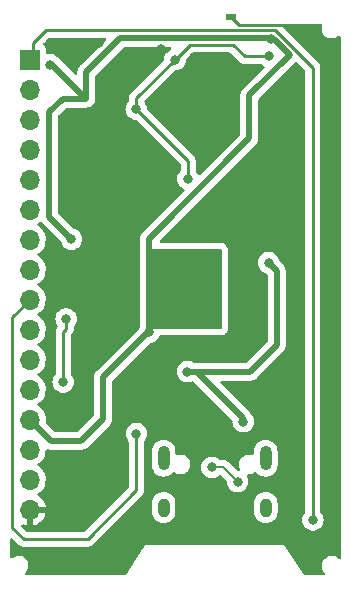
<source format=gbl>
%TF.GenerationSoftware,KiCad,Pcbnew,(6.0.10)*%
%TF.CreationDate,2023-02-05T17:29:38-05:00*%
%TF.ProjectId,MrKoh,4d724b6f-682e-46b6-9963-61645f706362,1*%
%TF.SameCoordinates,Original*%
%TF.FileFunction,Copper,L2,Bot*%
%TF.FilePolarity,Positive*%
%FSLAX46Y46*%
G04 Gerber Fmt 4.6, Leading zero omitted, Abs format (unit mm)*
G04 Created by KiCad (PCBNEW (6.0.10)) date 2023-02-05 17:29:38*
%MOMM*%
%LPD*%
G01*
G04 APERTURE LIST*
%TA.AperFunction,ComponentPad*%
%ADD10R,1.700000X1.700000*%
%TD*%
%TA.AperFunction,ComponentPad*%
%ADD11O,1.700000X1.700000*%
%TD*%
%TA.AperFunction,ComponentPad*%
%ADD12O,1.000000X1.600000*%
%TD*%
%TA.AperFunction,ComponentPad*%
%ADD13O,1.000000X2.100000*%
%TD*%
%TA.AperFunction,CastellatedPad*%
%ADD14O,1.000000X2.100000*%
%TD*%
%TA.AperFunction,ComponentPad*%
%ADD15R,0.900000X0.500000*%
%TD*%
%TA.AperFunction,ViaPad*%
%ADD16C,0.800000*%
%TD*%
%TA.AperFunction,Conductor*%
%ADD17C,0.250000*%
%TD*%
%TA.AperFunction,Conductor*%
%ADD18C,0.500000*%
%TD*%
%TA.AperFunction,Conductor*%
%ADD19C,0.200000*%
%TD*%
G04 APERTURE END LIST*
D10*
%TO.P,J2,1,Pin_1*%
%TO.N,/RESET*%
X15500000Y-35500000D03*
D11*
%TO.P,J2,2,Pin_2*%
%TO.N,/GPIO2*%
X15500000Y-38040000D03*
%TO.P,J2,3,Pin_3*%
%TO.N,/GPIO3*%
X15500000Y-40580000D03*
%TO.P,J2,4,Pin_4*%
%TO.N,/GPIO4*%
X15500000Y-43120000D03*
%TO.P,J2,5,Pin_5*%
%TO.N,/GPIO5*%
X15500000Y-45660000D03*
%TO.P,J2,6,Pin_6*%
%TO.N,/GPIO6*%
X15500000Y-48200000D03*
%TO.P,J2,7,Pin_7*%
%TO.N,/GPIO7*%
X15500000Y-50740000D03*
%TO.P,J2,8,Pin_8*%
%TO.N,/GPIO8*%
X15500000Y-53280000D03*
%TO.P,J2,9,Pin_9*%
%TO.N,/BOOT*%
X15500000Y-55820000D03*
%TO.P,J2,10,Pin_10*%
%TO.N,/GPIO10*%
X15500000Y-58360000D03*
%TO.P,J2,11,Pin_11*%
%TO.N,/DOUT*%
X15500000Y-60900000D03*
%TO.P,J2,12,Pin_12*%
%TO.N,VBUS*%
X15500000Y-63440000D03*
%TO.P,J2,13,Pin_13*%
%TO.N,+3V3*%
X15500000Y-65980000D03*
%TO.P,J2,14,Pin_14*%
%TO.N,/GPIO20*%
X15500000Y-68520000D03*
%TO.P,J2,15,Pin_15*%
%TO.N,/GPIO21*%
X15500000Y-71060000D03*
%TO.P,J2,16,Pin_16*%
%TO.N,GND*%
X15500000Y-73600000D03*
%TD*%
D12*
%TO.P,J1,*%
%TO.N,*%
X35470000Y-73424951D03*
D13*
X35470000Y-69244951D03*
D14*
X26830000Y-69244951D03*
D12*
%TO.P,J1,S1,SHIELD*%
%TO.N,unconnected-(J1-PadS1)*%
X26830000Y-73424951D03*
%TD*%
D15*
%TO.P,AE1,2*%
%TO.N,GND*%
X32550000Y-31900000D03*
%TD*%
D16*
%TO.N,GND*%
X25160000Y-60770000D03*
%TO.N,+3V3*%
X28925000Y-53958333D03*
X26825000Y-57825000D03*
X28925000Y-55666666D03*
X31050000Y-55608332D03*
X26975000Y-52250000D03*
X31025000Y-52275000D03*
X31025000Y-53941666D03*
X28925000Y-52250000D03*
X35956115Y-33724500D03*
X17200000Y-35925000D03*
X19025000Y-50700000D03*
X31125000Y-57275000D03*
X25600000Y-58600000D03*
X28925000Y-57375000D03*
%TO.N,/BOOT*%
X24525000Y-67175000D03*
%TO.N,GND*%
X32650000Y-38200000D03*
X36005378Y-61930378D03*
X33540000Y-74370000D03*
X32400000Y-47500000D03*
X18650000Y-72750000D03*
X26600000Y-34574500D03*
X18274500Y-42880064D03*
X35825000Y-63375000D03*
X38125000Y-44500000D03*
X23525000Y-56750000D03*
X25620000Y-47350000D03*
X18690000Y-69530000D03*
X27924500Y-63299951D03*
X19580000Y-65710000D03*
X22600000Y-40500000D03*
X21375000Y-34124500D03*
X35225000Y-54400000D03*
X22050000Y-37100000D03*
X29400000Y-35250000D03*
X24675000Y-65050000D03*
X38225000Y-33150000D03*
X35850000Y-49175000D03*
X29950000Y-41200000D03*
%TO.N,/RESET*%
X39475000Y-74475000D03*
%TO.N,/USBC+*%
X30925000Y-70025000D03*
X33094622Y-71230378D03*
%TO.N,VBUS*%
X35725000Y-52700000D03*
X33575000Y-66150000D03*
X28850000Y-61924951D03*
%TO.N,/DOUT*%
X18325000Y-62800000D03*
X18575000Y-57450000D03*
%TO.N,/3p3*%
X27800000Y-35500000D03*
X24512701Y-39687299D03*
X35749951Y-35224549D03*
X28900000Y-45600000D03*
%TD*%
D17*
%TO.N,GND*%
X33200000Y-32550000D02*
X37625000Y-32550000D01*
X37625000Y-32550000D02*
X38225000Y-33150000D01*
X32550000Y-31900000D02*
X33200000Y-32550000D01*
D18*
%TO.N,+3V3*%
X19870000Y-67760000D02*
X17280000Y-67760000D01*
X25513172Y-58600000D02*
X21700000Y-62413172D01*
X21700000Y-62413172D02*
X21700000Y-65930000D01*
X21700000Y-65930000D02*
X19870000Y-67760000D01*
X25600000Y-58600000D02*
X25513172Y-58600000D01*
X17280000Y-67760000D02*
X15500000Y-65980000D01*
D17*
%TO.N,/DOUT*%
X18325000Y-58575000D02*
X18325000Y-62800000D01*
X18575000Y-58325000D02*
X18325000Y-58575000D01*
X18575000Y-57450000D02*
X18575000Y-58325000D01*
%TO.N,/BOOT*%
X14000000Y-75125000D02*
X14000000Y-57320000D01*
X14000000Y-57320000D02*
X15500000Y-55820000D01*
X14975000Y-76100000D02*
X14000000Y-75125000D01*
X24525000Y-71975000D02*
X20400000Y-76100000D01*
X24525000Y-67175000D02*
X24525000Y-71975000D01*
X20400000Y-76100000D02*
X14975000Y-76100000D01*
D19*
%TO.N,/USBC+*%
X31889244Y-70025000D02*
X33094622Y-71230378D01*
X30925000Y-70025000D02*
X31889244Y-70025000D01*
D17*
%TO.N,/RESET*%
X15750000Y-34100000D02*
X15750000Y-35500000D01*
X16850000Y-33000000D02*
X15750000Y-34100000D01*
X39475000Y-36175000D02*
X36300000Y-33000000D01*
X36300000Y-33000000D02*
X16850000Y-33000000D01*
X39475000Y-74475000D02*
X39475000Y-36175000D01*
D18*
%TO.N,+3V3*%
X34100000Y-42175305D02*
X25600000Y-50675305D01*
X19025000Y-50700000D02*
X17150000Y-48825000D01*
X37561828Y-35075000D02*
X34100000Y-38536828D01*
X17425000Y-35925000D02*
X20300000Y-38800000D01*
X25600000Y-50675305D02*
X25600000Y-58600000D01*
X20300000Y-36550000D02*
X20300000Y-38800000D01*
X35956115Y-33724500D02*
X36211328Y-33724500D01*
X36211328Y-33724500D02*
X37561828Y-35075000D01*
X17200000Y-35925000D02*
X17425000Y-35925000D01*
X18275000Y-38800000D02*
X20300000Y-38800000D01*
X23175000Y-33675000D02*
X20300000Y-36550000D01*
X35956115Y-33724500D02*
X35906615Y-33675000D01*
X17150000Y-48825000D02*
X17150000Y-39925000D01*
X34100000Y-38536828D02*
X34100000Y-42175305D01*
X35906615Y-33675000D02*
X23175000Y-33675000D01*
X17150000Y-39925000D02*
X18275000Y-38800000D01*
D17*
%TO.N,GND*%
X32650000Y-38200000D02*
X32650000Y-38500000D01*
X29700000Y-35250000D02*
X29400000Y-35250000D01*
D18*
%TO.N,VBUS*%
X33575000Y-65875000D02*
X33575000Y-66150000D01*
X34175049Y-61924951D02*
X36400000Y-59700000D01*
X36400000Y-53375000D02*
X35725000Y-52700000D01*
X36400000Y-59700000D02*
X36400000Y-53375000D01*
X28850000Y-61924951D02*
X29624951Y-61924951D01*
X28850000Y-61924951D02*
X34175049Y-61924951D01*
X29624951Y-61924951D02*
X33575000Y-65875000D01*
D17*
%TO.N,/3p3*%
X27800000Y-35500000D02*
X24512701Y-38787299D01*
X32724195Y-34250000D02*
X29050000Y-34250000D01*
X33698744Y-35224549D02*
X32724195Y-34250000D01*
X28900000Y-44074598D02*
X24512701Y-39687299D01*
X28900000Y-45600000D02*
X28900000Y-44074598D01*
X35749951Y-35224549D02*
X33698744Y-35224549D01*
X29050000Y-34250000D02*
X27800000Y-35500000D01*
X24512701Y-38787299D02*
X24512701Y-39687299D01*
%TD*%
%TA.AperFunction,Conductor*%
%TO.N,+3V3*%
G36*
X31717121Y-51545002D02*
G01*
X31763614Y-51598658D01*
X31775000Y-51651000D01*
X31775000Y-58199000D01*
X31754998Y-58267121D01*
X31701342Y-58313614D01*
X31649000Y-58325000D01*
X25776000Y-58325000D01*
X25707879Y-58304998D01*
X25661386Y-58251342D01*
X25650000Y-58199000D01*
X25650000Y-51651000D01*
X25670002Y-51582879D01*
X25723658Y-51536386D01*
X25776000Y-51525000D01*
X31649000Y-51525000D01*
X31717121Y-51545002D01*
G37*
%TD.AperFunction*%
%TD*%
%TA.AperFunction,Conductor*%
%TO.N,GND*%
G36*
X40203728Y-32490217D02*
G01*
X40250230Y-32543865D01*
X40260347Y-32614137D01*
X40252616Y-32643017D01*
X40249252Y-32651427D01*
X40248138Y-32658157D01*
X40248137Y-32658160D01*
X40225581Y-32794409D01*
X40219922Y-32828591D01*
X40229321Y-33007921D01*
X40277008Y-33181049D01*
X40360760Y-33339898D01*
X40476668Y-33477058D01*
X40482091Y-33481205D01*
X40482093Y-33481206D01*
X40613905Y-33581984D01*
X40613909Y-33581987D01*
X40619326Y-33586128D01*
X40625506Y-33589010D01*
X40625508Y-33589011D01*
X40775900Y-33659140D01*
X40775903Y-33659141D01*
X40782077Y-33662020D01*
X40788725Y-33663506D01*
X40788728Y-33663507D01*
X40952290Y-33700067D01*
X40952291Y-33700067D01*
X40957328Y-33701193D01*
X40962819Y-33701500D01*
X41094866Y-33701500D01*
X41228525Y-33686980D01*
X41328004Y-33653502D01*
X41392257Y-33631879D01*
X41392259Y-33631878D01*
X41398722Y-33629703D01*
X41552648Y-33537214D01*
X41599285Y-33493111D01*
X41662520Y-33460841D01*
X41733167Y-33467881D01*
X41788793Y-33511997D01*
X41811856Y-33584508D01*
X41865365Y-77689885D01*
X41845446Y-77758030D01*
X41791846Y-77804588D01*
X41721585Y-77814777D01*
X41656968Y-77785362D01*
X41643127Y-77771366D01*
X41627739Y-77753157D01*
X41627738Y-77753156D01*
X41623332Y-77747942D01*
X41570610Y-77707633D01*
X41486095Y-77643016D01*
X41486091Y-77643013D01*
X41480674Y-77638872D01*
X41474494Y-77635990D01*
X41474492Y-77635989D01*
X41324100Y-77565860D01*
X41324097Y-77565859D01*
X41317923Y-77562980D01*
X41311275Y-77561494D01*
X41311272Y-77561493D01*
X41147710Y-77524933D01*
X41147709Y-77524933D01*
X41142672Y-77523807D01*
X41137181Y-77523500D01*
X41005134Y-77523500D01*
X40871475Y-77538020D01*
X40801726Y-77561493D01*
X40707743Y-77593121D01*
X40707741Y-77593122D01*
X40701278Y-77595297D01*
X40547352Y-77687786D01*
X40542392Y-77692477D01*
X40542390Y-77692478D01*
X40458969Y-77771366D01*
X40416877Y-77811170D01*
X40315940Y-77959694D01*
X40249252Y-78126427D01*
X40219922Y-78303591D01*
X40229321Y-78482921D01*
X40277008Y-78656049D01*
X40360760Y-78814898D01*
X40476668Y-78952058D01*
X40482095Y-78956207D01*
X40485681Y-78959622D01*
X40521220Y-79021084D01*
X40517888Y-79092002D01*
X40476744Y-79149861D01*
X40410851Y-79176292D01*
X40398111Y-79176868D01*
X38841597Y-79168470D01*
X38819332Y-79168350D01*
X38751320Y-79147981D01*
X38714457Y-79111157D01*
X37220024Y-76818510D01*
X37219018Y-76816941D01*
X37186018Y-76764639D01*
X37186016Y-76764636D01*
X37181224Y-76757042D01*
X37156985Y-76735635D01*
X37145663Y-76724273D01*
X37130254Y-76706702D01*
X37124336Y-76699953D01*
X37105011Y-76687664D01*
X37089216Y-76675783D01*
X37083414Y-76670659D01*
X37072049Y-76660622D01*
X37042772Y-76646876D01*
X37028717Y-76639148D01*
X37009003Y-76626612D01*
X37008999Y-76626610D01*
X37001425Y-76621794D01*
X36985238Y-76617106D01*
X36979425Y-76615422D01*
X36960930Y-76608451D01*
X36948328Y-76602534D01*
X36948321Y-76602532D01*
X36940200Y-76598719D01*
X36931335Y-76597339D01*
X36931333Y-76597338D01*
X36908244Y-76593743D01*
X36892585Y-76590271D01*
X36861517Y-76581273D01*
X36852542Y-76581296D01*
X36852541Y-76581296D01*
X36773580Y-76581500D01*
X25537263Y-76581500D01*
X25535569Y-76581489D01*
X25535054Y-76581482D01*
X25464011Y-76580527D01*
X25443171Y-76586318D01*
X25433271Y-76589069D01*
X25417400Y-76592396D01*
X25394699Y-76595647D01*
X25394697Y-76595648D01*
X25385813Y-76596920D01*
X25377642Y-76600635D01*
X25377643Y-76600635D01*
X25364568Y-76606580D01*
X25346148Y-76613280D01*
X25323672Y-76619526D01*
X25296561Y-76636355D01*
X25282267Y-76644000D01*
X25261394Y-76653490D01*
X25261391Y-76653492D01*
X25253218Y-76657208D01*
X25235536Y-76672443D01*
X25219748Y-76684037D01*
X25199919Y-76696346D01*
X25193929Y-76703028D01*
X25193925Y-76703032D01*
X25178618Y-76720109D01*
X25167042Y-76731461D01*
X25149672Y-76746428D01*
X25149670Y-76746430D01*
X25142873Y-76752287D01*
X25137992Y-76759818D01*
X25085472Y-76840845D01*
X25085389Y-76840973D01*
X23611430Y-79108940D01*
X23557537Y-79155159D01*
X23505700Y-79166279D01*
X15211914Y-79160942D01*
X15143808Y-79140896D01*
X15097350Y-79087211D01*
X15087291Y-79016930D01*
X15116826Y-78952368D01*
X15125423Y-78943394D01*
X15130163Y-78938912D01*
X15183123Y-78888830D01*
X15284060Y-78740306D01*
X15350748Y-78573573D01*
X15366142Y-78480591D01*
X15378963Y-78403146D01*
X15378963Y-78403143D01*
X15380078Y-78396409D01*
X15370679Y-78217079D01*
X15322992Y-78043951D01*
X15239240Y-77885102D01*
X15123332Y-77747942D01*
X15070610Y-77707633D01*
X14986095Y-77643016D01*
X14986091Y-77643013D01*
X14980674Y-77638872D01*
X14974494Y-77635990D01*
X14974492Y-77635989D01*
X14824100Y-77565860D01*
X14824097Y-77565859D01*
X14817923Y-77562980D01*
X14811275Y-77561494D01*
X14811272Y-77561493D01*
X14647710Y-77524933D01*
X14647709Y-77524933D01*
X14642672Y-77523807D01*
X14637181Y-77523500D01*
X14505134Y-77523500D01*
X14371475Y-77538020D01*
X14301726Y-77561493D01*
X14207743Y-77593121D01*
X14207741Y-77593122D01*
X14201278Y-77595297D01*
X14047352Y-77687786D01*
X14042392Y-77692477D01*
X14042390Y-77692478D01*
X14026364Y-77707633D01*
X13963126Y-77739905D01*
X13892479Y-77732864D01*
X13836854Y-77688746D01*
X13813792Y-77616131D01*
X13813730Y-77451359D01*
X13813236Y-76138376D01*
X13833212Y-76070249D01*
X13886851Y-76023736D01*
X13957121Y-76013606D01*
X14021713Y-76043075D01*
X14028331Y-76049235D01*
X14471343Y-76492247D01*
X14478887Y-76500537D01*
X14483000Y-76507018D01*
X14488777Y-76512443D01*
X14532667Y-76553658D01*
X14535509Y-76556413D01*
X14555230Y-76576134D01*
X14558425Y-76578612D01*
X14567447Y-76586318D01*
X14599679Y-76616586D01*
X14610858Y-76622732D01*
X14617432Y-76626346D01*
X14633956Y-76637199D01*
X14649959Y-76649613D01*
X14690543Y-76667176D01*
X14701173Y-76672383D01*
X14739940Y-76693695D01*
X14747617Y-76695666D01*
X14747622Y-76695668D01*
X14759558Y-76698732D01*
X14778266Y-76705137D01*
X14796855Y-76713181D01*
X14804683Y-76714421D01*
X14804690Y-76714423D01*
X14840524Y-76720099D01*
X14852144Y-76722505D01*
X14882557Y-76730313D01*
X14894970Y-76733500D01*
X14915224Y-76733500D01*
X14934934Y-76735051D01*
X14954943Y-76738220D01*
X14962835Y-76737474D01*
X14982247Y-76735639D01*
X14998962Y-76734059D01*
X15010819Y-76733500D01*
X20321233Y-76733500D01*
X20332416Y-76734027D01*
X20339909Y-76735702D01*
X20347835Y-76735453D01*
X20347836Y-76735453D01*
X20407986Y-76733562D01*
X20411945Y-76733500D01*
X20439856Y-76733500D01*
X20443791Y-76733003D01*
X20443856Y-76732995D01*
X20455693Y-76732062D01*
X20487951Y-76731048D01*
X20491970Y-76730922D01*
X20499889Y-76730673D01*
X20519343Y-76725021D01*
X20538700Y-76721013D01*
X20550930Y-76719468D01*
X20550931Y-76719468D01*
X20558797Y-76718474D01*
X20566168Y-76715555D01*
X20566170Y-76715555D01*
X20599912Y-76702196D01*
X20611142Y-76698351D01*
X20645983Y-76688229D01*
X20645984Y-76688229D01*
X20653593Y-76686018D01*
X20660412Y-76681985D01*
X20660417Y-76681983D01*
X20671028Y-76675707D01*
X20688776Y-76667012D01*
X20707617Y-76659552D01*
X20727987Y-76644753D01*
X20743387Y-76633564D01*
X20753307Y-76627048D01*
X20784535Y-76608580D01*
X20784538Y-76608578D01*
X20791362Y-76604542D01*
X20805683Y-76590221D01*
X20820717Y-76577380D01*
X20822432Y-76576134D01*
X20837107Y-76565472D01*
X20865298Y-76531395D01*
X20873288Y-76522616D01*
X23621185Y-73774720D01*
X25821500Y-73774720D01*
X25821800Y-73777776D01*
X25821800Y-73777783D01*
X25826022Y-73820842D01*
X25835920Y-73921784D01*
X25837702Y-73927685D01*
X25837702Y-73927687D01*
X25840105Y-73935645D01*
X25893084Y-74111120D01*
X25985934Y-74285747D01*
X26056291Y-74372013D01*
X26107040Y-74434238D01*
X26107043Y-74434241D01*
X26110935Y-74439013D01*
X26115682Y-74442940D01*
X26115684Y-74442942D01*
X26258575Y-74561152D01*
X26258579Y-74561154D01*
X26263325Y-74565081D01*
X26437299Y-74659149D01*
X26626232Y-74717633D01*
X26632357Y-74718277D01*
X26632358Y-74718277D01*
X26816796Y-74737662D01*
X26816798Y-74737662D01*
X26822925Y-74738306D01*
X26905424Y-74730798D01*
X27013749Y-74720940D01*
X27013752Y-74720939D01*
X27019888Y-74720381D01*
X27025794Y-74718643D01*
X27025798Y-74718642D01*
X27130924Y-74687702D01*
X27209619Y-74664541D01*
X27215077Y-74661688D01*
X27215081Y-74661686D01*
X27305853Y-74614231D01*
X27384890Y-74572911D01*
X27539025Y-74448983D01*
X27666154Y-74297477D01*
X27669121Y-74292079D01*
X27669125Y-74292074D01*
X27758467Y-74129559D01*
X27761433Y-74124164D01*
X27763846Y-74116559D01*
X27819373Y-73941515D01*
X27819373Y-73941514D01*
X27821235Y-73935645D01*
X27838500Y-73781724D01*
X27838500Y-73774720D01*
X34461500Y-73774720D01*
X34461800Y-73777776D01*
X34461800Y-73777783D01*
X34466022Y-73820842D01*
X34475920Y-73921784D01*
X34477702Y-73927685D01*
X34477702Y-73927687D01*
X34480105Y-73935645D01*
X34533084Y-74111120D01*
X34625934Y-74285747D01*
X34696291Y-74372013D01*
X34747040Y-74434238D01*
X34747043Y-74434241D01*
X34750935Y-74439013D01*
X34755682Y-74442940D01*
X34755684Y-74442942D01*
X34898575Y-74561152D01*
X34898579Y-74561154D01*
X34903325Y-74565081D01*
X35077299Y-74659149D01*
X35266232Y-74717633D01*
X35272357Y-74718277D01*
X35272358Y-74718277D01*
X35456796Y-74737662D01*
X35456798Y-74737662D01*
X35462925Y-74738306D01*
X35545424Y-74730798D01*
X35653749Y-74720940D01*
X35653752Y-74720939D01*
X35659888Y-74720381D01*
X35665794Y-74718643D01*
X35665798Y-74718642D01*
X35770924Y-74687702D01*
X35849619Y-74664541D01*
X35855077Y-74661688D01*
X35855081Y-74661686D01*
X35945853Y-74614231D01*
X36024890Y-74572911D01*
X36179025Y-74448983D01*
X36306154Y-74297477D01*
X36309121Y-74292079D01*
X36309125Y-74292074D01*
X36398467Y-74129559D01*
X36401433Y-74124164D01*
X36403846Y-74116559D01*
X36459373Y-73941515D01*
X36459373Y-73941514D01*
X36461235Y-73935645D01*
X36478500Y-73781724D01*
X36478500Y-73075182D01*
X36477814Y-73068178D01*
X36464681Y-72934252D01*
X36464080Y-72928118D01*
X36406916Y-72738782D01*
X36314066Y-72564155D01*
X36230117Y-72461223D01*
X36192960Y-72415664D01*
X36192957Y-72415661D01*
X36189065Y-72410889D01*
X36182724Y-72405643D01*
X36041425Y-72288750D01*
X36041421Y-72288748D01*
X36036675Y-72284821D01*
X35862701Y-72190753D01*
X35673768Y-72132269D01*
X35667643Y-72131625D01*
X35667642Y-72131625D01*
X35483204Y-72112240D01*
X35483202Y-72112240D01*
X35477075Y-72111596D01*
X35394576Y-72119104D01*
X35286251Y-72128962D01*
X35286248Y-72128963D01*
X35280112Y-72129521D01*
X35274206Y-72131259D01*
X35274202Y-72131260D01*
X35169076Y-72162200D01*
X35090381Y-72185361D01*
X35084923Y-72188214D01*
X35084919Y-72188216D01*
X35006464Y-72229232D01*
X34915110Y-72276991D01*
X34760975Y-72400919D01*
X34633846Y-72552425D01*
X34630879Y-72557823D01*
X34630875Y-72557828D01*
X34627397Y-72564155D01*
X34538567Y-72725738D01*
X34536706Y-72731605D01*
X34536705Y-72731607D01*
X34526189Y-72764757D01*
X34478765Y-72914257D01*
X34461500Y-73068178D01*
X34461500Y-73774720D01*
X27838500Y-73774720D01*
X27838500Y-73075182D01*
X27837814Y-73068178D01*
X27824681Y-72934252D01*
X27824080Y-72928118D01*
X27766916Y-72738782D01*
X27674066Y-72564155D01*
X27590117Y-72461223D01*
X27552960Y-72415664D01*
X27552957Y-72415661D01*
X27549065Y-72410889D01*
X27542724Y-72405643D01*
X27401425Y-72288750D01*
X27401421Y-72288748D01*
X27396675Y-72284821D01*
X27222701Y-72190753D01*
X27033768Y-72132269D01*
X27027643Y-72131625D01*
X27027642Y-72131625D01*
X26843204Y-72112240D01*
X26843202Y-72112240D01*
X26837075Y-72111596D01*
X26754576Y-72119104D01*
X26646251Y-72128962D01*
X26646248Y-72128963D01*
X26640112Y-72129521D01*
X26634206Y-72131259D01*
X26634202Y-72131260D01*
X26529076Y-72162200D01*
X26450381Y-72185361D01*
X26444923Y-72188214D01*
X26444919Y-72188216D01*
X26366464Y-72229232D01*
X26275110Y-72276991D01*
X26120975Y-72400919D01*
X25993846Y-72552425D01*
X25990879Y-72557823D01*
X25990875Y-72557828D01*
X25987397Y-72564155D01*
X25898567Y-72725738D01*
X25896706Y-72731605D01*
X25896705Y-72731607D01*
X25886189Y-72764757D01*
X25838765Y-72914257D01*
X25821500Y-73068178D01*
X25821500Y-73774720D01*
X23621185Y-73774720D01*
X24917253Y-72478652D01*
X24925539Y-72471112D01*
X24932018Y-72467000D01*
X24978644Y-72417348D01*
X24981398Y-72414507D01*
X25001135Y-72394770D01*
X25003615Y-72391573D01*
X25011320Y-72382551D01*
X25036159Y-72356100D01*
X25041586Y-72350321D01*
X25045405Y-72343375D01*
X25045407Y-72343372D01*
X25051348Y-72332566D01*
X25062199Y-72316047D01*
X25069758Y-72306301D01*
X25074614Y-72300041D01*
X25077759Y-72292772D01*
X25077762Y-72292768D01*
X25092174Y-72259463D01*
X25097391Y-72248813D01*
X25118695Y-72210060D01*
X25123733Y-72190437D01*
X25130137Y-72171734D01*
X25135033Y-72160420D01*
X25135033Y-72160419D01*
X25138181Y-72153145D01*
X25139420Y-72145322D01*
X25139423Y-72145312D01*
X25145099Y-72109476D01*
X25147505Y-72097856D01*
X25156528Y-72062711D01*
X25156528Y-72062710D01*
X25158500Y-72055030D01*
X25158500Y-72034776D01*
X25160051Y-72015065D01*
X25161980Y-72002886D01*
X25163220Y-71995057D01*
X25159059Y-71951038D01*
X25158500Y-71939181D01*
X25158500Y-69844720D01*
X25821500Y-69844720D01*
X25821800Y-69847776D01*
X25821800Y-69847783D01*
X25822530Y-69855224D01*
X25835920Y-69991784D01*
X25837702Y-69997685D01*
X25837702Y-69997687D01*
X25856470Y-70059848D01*
X25893084Y-70181120D01*
X25985934Y-70355747D01*
X26041171Y-70423474D01*
X26107040Y-70504238D01*
X26107043Y-70504241D01*
X26110935Y-70509013D01*
X26115682Y-70512940D01*
X26115684Y-70512942D01*
X26258575Y-70631152D01*
X26258579Y-70631154D01*
X26263325Y-70635081D01*
X26437299Y-70729149D01*
X26626232Y-70787633D01*
X26632357Y-70788277D01*
X26632358Y-70788277D01*
X26816796Y-70807662D01*
X26816798Y-70807662D01*
X26822925Y-70808306D01*
X26905424Y-70800798D01*
X27013749Y-70790940D01*
X27013752Y-70790939D01*
X27019888Y-70790381D01*
X27025794Y-70788643D01*
X27025798Y-70788642D01*
X27130924Y-70757702D01*
X27209619Y-70734541D01*
X27215077Y-70731688D01*
X27215081Y-70731686D01*
X27330201Y-70671502D01*
X27384890Y-70642911D01*
X27539025Y-70518983D01*
X27587400Y-70461332D01*
X27646507Y-70422007D01*
X27717494Y-70420881D01*
X27760448Y-70442229D01*
X27820257Y-70487957D01*
X27820261Y-70487960D01*
X27825678Y-70492101D01*
X27912372Y-70532527D01*
X27983631Y-70565756D01*
X27983634Y-70565757D01*
X27989808Y-70568636D01*
X27996456Y-70570122D01*
X27996459Y-70570123D01*
X28102421Y-70593808D01*
X28166543Y-70608141D01*
X28172088Y-70608451D01*
X28305244Y-70608451D01*
X28440037Y-70593808D01*
X28565716Y-70551512D01*
X28605204Y-70538223D01*
X28605206Y-70538222D01*
X28611675Y-70536045D01*
X28766905Y-70442774D01*
X28771862Y-70438086D01*
X28771865Y-70438084D01*
X28893527Y-70323033D01*
X28893529Y-70323031D01*
X28898485Y-70318344D01*
X28902317Y-70312706D01*
X28902320Y-70312702D01*
X28996442Y-70174206D01*
X29000277Y-70168563D01*
X29057698Y-70025000D01*
X30011496Y-70025000D01*
X30012186Y-70031565D01*
X30029843Y-70199559D01*
X30031458Y-70214928D01*
X30090473Y-70396556D01*
X30093776Y-70402278D01*
X30093777Y-70402279D01*
X30104349Y-70420590D01*
X30185960Y-70561944D01*
X30313747Y-70703866D01*
X30412843Y-70775864D01*
X30457496Y-70808306D01*
X30468248Y-70816118D01*
X30474276Y-70818802D01*
X30474278Y-70818803D01*
X30636681Y-70891109D01*
X30642712Y-70893794D01*
X30736112Y-70913647D01*
X30823056Y-70932128D01*
X30823061Y-70932128D01*
X30829513Y-70933500D01*
X31020487Y-70933500D01*
X31026939Y-70932128D01*
X31026944Y-70932128D01*
X31113888Y-70913647D01*
X31207288Y-70893794D01*
X31213319Y-70891109D01*
X31375722Y-70818803D01*
X31375724Y-70818802D01*
X31381752Y-70816118D01*
X31392505Y-70808306D01*
X31514671Y-70719546D01*
X31536253Y-70703866D01*
X31538258Y-70701639D01*
X31601063Y-70671502D01*
X31671516Y-70680269D01*
X31710456Y-70706761D01*
X32144903Y-71141208D01*
X32178929Y-71203520D01*
X32181463Y-71227094D01*
X32181118Y-71230378D01*
X32201080Y-71420306D01*
X32260095Y-71601934D01*
X32355582Y-71767322D01*
X32483369Y-71909244D01*
X32530503Y-71943489D01*
X32629019Y-72015065D01*
X32637870Y-72021496D01*
X32643898Y-72024180D01*
X32643900Y-72024181D01*
X32806303Y-72096487D01*
X32812334Y-72099172D01*
X32905734Y-72119025D01*
X32992678Y-72137506D01*
X32992683Y-72137506D01*
X32999135Y-72138878D01*
X33190109Y-72138878D01*
X33196561Y-72137506D01*
X33196566Y-72137506D01*
X33283510Y-72119025D01*
X33376910Y-72099172D01*
X33382941Y-72096487D01*
X33545344Y-72024181D01*
X33545346Y-72024180D01*
X33551374Y-72021496D01*
X33560226Y-72015065D01*
X33658741Y-71943489D01*
X33705875Y-71909244D01*
X33833662Y-71767322D01*
X33929149Y-71601934D01*
X33988164Y-71420306D01*
X34008126Y-71230378D01*
X33997218Y-71126590D01*
X33988854Y-71047013D01*
X33988854Y-71047011D01*
X33988164Y-71040450D01*
X33929149Y-70858822D01*
X33893715Y-70797449D01*
X33876978Y-70728456D01*
X33900198Y-70661364D01*
X33956005Y-70617477D01*
X34002835Y-70608451D01*
X34085244Y-70608451D01*
X34220037Y-70593808D01*
X34345716Y-70551512D01*
X34385204Y-70538223D01*
X34385206Y-70538222D01*
X34391675Y-70536045D01*
X34546905Y-70442774D01*
X34547329Y-70443479D01*
X34608520Y-70420189D01*
X34677993Y-70434816D01*
X34715992Y-70466169D01*
X34750935Y-70509013D01*
X34755682Y-70512940D01*
X34755684Y-70512942D01*
X34898575Y-70631152D01*
X34898579Y-70631154D01*
X34903325Y-70635081D01*
X35077299Y-70729149D01*
X35266232Y-70787633D01*
X35272357Y-70788277D01*
X35272358Y-70788277D01*
X35456796Y-70807662D01*
X35456798Y-70807662D01*
X35462925Y-70808306D01*
X35545424Y-70800798D01*
X35653749Y-70790940D01*
X35653752Y-70790939D01*
X35659888Y-70790381D01*
X35665794Y-70788643D01*
X35665798Y-70788642D01*
X35770924Y-70757702D01*
X35849619Y-70734541D01*
X35855077Y-70731688D01*
X35855081Y-70731686D01*
X35970201Y-70671502D01*
X36024890Y-70642911D01*
X36179025Y-70518983D01*
X36306154Y-70367477D01*
X36309121Y-70362079D01*
X36309125Y-70362074D01*
X36398467Y-70199559D01*
X36401433Y-70194164D01*
X36403846Y-70186559D01*
X36459373Y-70011515D01*
X36459373Y-70011514D01*
X36461235Y-70005645D01*
X36478500Y-69851724D01*
X36478500Y-68645182D01*
X36477814Y-68638178D01*
X36466539Y-68523199D01*
X36464080Y-68498118D01*
X36460456Y-68486113D01*
X36422041Y-68358878D01*
X36406916Y-68308782D01*
X36314066Y-68134155D01*
X36243709Y-68047889D01*
X36192960Y-67985664D01*
X36192957Y-67985661D01*
X36189065Y-67980889D01*
X36182724Y-67975643D01*
X36041425Y-67858750D01*
X36041421Y-67858748D01*
X36036675Y-67854821D01*
X35862701Y-67760753D01*
X35673768Y-67702269D01*
X35667643Y-67701625D01*
X35667642Y-67701625D01*
X35483204Y-67682240D01*
X35483202Y-67682240D01*
X35477075Y-67681596D01*
X35394576Y-67689104D01*
X35286251Y-67698962D01*
X35286248Y-67698963D01*
X35280112Y-67699521D01*
X35274206Y-67701259D01*
X35274202Y-67701260D01*
X35221242Y-67716847D01*
X35090381Y-67755361D01*
X35084923Y-67758214D01*
X35084919Y-67758216D01*
X35017977Y-67793213D01*
X34915110Y-67846991D01*
X34760975Y-67970919D01*
X34633846Y-68122425D01*
X34630879Y-68127823D01*
X34630875Y-68127828D01*
X34627397Y-68134155D01*
X34538567Y-68295738D01*
X34536706Y-68301605D01*
X34536705Y-68301607D01*
X34481115Y-68476848D01*
X34478765Y-68484257D01*
X34461500Y-68638178D01*
X34461500Y-68857813D01*
X34441498Y-68925934D01*
X34387842Y-68972427D01*
X34317568Y-68982531D01*
X34308014Y-68980779D01*
X34138494Y-68942887D01*
X34138495Y-68942887D01*
X34133457Y-68941761D01*
X34127912Y-68941451D01*
X33994756Y-68941451D01*
X33859963Y-68956094D01*
X33741810Y-68995857D01*
X33694796Y-69011679D01*
X33694794Y-69011680D01*
X33688325Y-69013857D01*
X33533095Y-69107128D01*
X33528138Y-69111816D01*
X33528135Y-69111818D01*
X33407099Y-69226277D01*
X33401515Y-69231558D01*
X33397683Y-69237196D01*
X33397680Y-69237200D01*
X33320316Y-69351037D01*
X33299723Y-69381339D01*
X33232470Y-69549485D01*
X33231356Y-69556213D01*
X33231355Y-69556217D01*
X33216207Y-69647721D01*
X33202892Y-69728149D01*
X33203249Y-69734966D01*
X33203249Y-69734970D01*
X33208840Y-69841638D01*
X33212370Y-69908998D01*
X33214181Y-69915571D01*
X33214181Y-69915574D01*
X33236799Y-69997687D01*
X33260461Y-70083592D01*
X33288680Y-70137114D01*
X33302756Y-70206701D01*
X33276977Y-70272852D01*
X33219526Y-70314564D01*
X33177222Y-70321878D01*
X33098860Y-70321878D01*
X33030739Y-70301876D01*
X33009765Y-70284973D01*
X32353565Y-69628773D01*
X32342696Y-69616381D01*
X32328257Y-69597563D01*
X32328256Y-69597562D01*
X32323231Y-69591013D01*
X32291319Y-69566526D01*
X32291316Y-69566523D01*
X32196120Y-69493476D01*
X32048095Y-69432162D01*
X32039908Y-69431084D01*
X32039907Y-69431084D01*
X32028702Y-69429609D01*
X31997506Y-69425502D01*
X31929129Y-69416500D01*
X31929126Y-69416500D01*
X31929118Y-69416499D01*
X31897433Y-69412328D01*
X31889244Y-69411250D01*
X31857551Y-69415422D01*
X31841108Y-69416500D01*
X31655710Y-69416500D01*
X31587589Y-69396498D01*
X31562074Y-69374811D01*
X31540668Y-69351037D01*
X31540666Y-69351036D01*
X31536253Y-69346134D01*
X31514671Y-69330454D01*
X31387094Y-69237763D01*
X31387093Y-69237762D01*
X31381752Y-69233882D01*
X31375724Y-69231198D01*
X31375722Y-69231197D01*
X31213319Y-69158891D01*
X31213318Y-69158891D01*
X31207288Y-69156206D01*
X31113888Y-69136353D01*
X31026944Y-69117872D01*
X31026939Y-69117872D01*
X31020487Y-69116500D01*
X30829513Y-69116500D01*
X30823061Y-69117872D01*
X30823056Y-69117872D01*
X30736112Y-69136353D01*
X30642712Y-69156206D01*
X30636682Y-69158891D01*
X30636681Y-69158891D01*
X30474278Y-69231197D01*
X30474276Y-69231198D01*
X30468248Y-69233882D01*
X30313747Y-69346134D01*
X30185960Y-69488056D01*
X30090473Y-69653444D01*
X30031458Y-69835072D01*
X30030768Y-69841633D01*
X30030768Y-69841635D01*
X30021712Y-69927800D01*
X30011496Y-70025000D01*
X29057698Y-70025000D01*
X29067530Y-70000417D01*
X29068644Y-69993689D01*
X29068645Y-69993685D01*
X29095993Y-69828490D01*
X29095993Y-69828487D01*
X29097108Y-69821753D01*
X29095021Y-69781921D01*
X29087987Y-69647717D01*
X29087630Y-69640904D01*
X29080876Y-69616381D01*
X29041352Y-69472892D01*
X29039539Y-69466310D01*
X28955078Y-69306115D01*
X28950673Y-69300902D01*
X28950670Y-69300898D01*
X28842594Y-69173008D01*
X28842590Y-69173004D01*
X28838187Y-69167794D01*
X28832762Y-69163646D01*
X28699743Y-69061945D01*
X28699739Y-69061942D01*
X28694322Y-69057801D01*
X28536478Y-68984197D01*
X28536369Y-68984146D01*
X28536366Y-68984145D01*
X28530192Y-68981266D01*
X28523544Y-68979780D01*
X28523541Y-68979779D01*
X28358494Y-68942887D01*
X28358495Y-68942887D01*
X28353457Y-68941761D01*
X28347912Y-68941451D01*
X28214756Y-68941451D01*
X28079963Y-68956094D01*
X28004688Y-68981427D01*
X27933747Y-68984197D01*
X27872568Y-68948174D01*
X27840577Y-68884793D01*
X27838500Y-68862008D01*
X27838500Y-68645182D01*
X27837814Y-68638178D01*
X27826539Y-68523199D01*
X27824080Y-68498118D01*
X27820456Y-68486113D01*
X27782041Y-68358878D01*
X27766916Y-68308782D01*
X27674066Y-68134155D01*
X27603709Y-68047889D01*
X27552960Y-67985664D01*
X27552957Y-67985661D01*
X27549065Y-67980889D01*
X27542724Y-67975643D01*
X27401425Y-67858750D01*
X27401421Y-67858748D01*
X27396675Y-67854821D01*
X27222701Y-67760753D01*
X27033768Y-67702269D01*
X27027643Y-67701625D01*
X27027642Y-67701625D01*
X26843204Y-67682240D01*
X26843202Y-67682240D01*
X26837075Y-67681596D01*
X26754576Y-67689104D01*
X26646251Y-67698962D01*
X26646248Y-67698963D01*
X26640112Y-67699521D01*
X26634206Y-67701259D01*
X26634202Y-67701260D01*
X26581242Y-67716847D01*
X26450381Y-67755361D01*
X26444923Y-67758214D01*
X26444919Y-67758216D01*
X26377977Y-67793213D01*
X26275110Y-67846991D01*
X26120975Y-67970919D01*
X25993846Y-68122425D01*
X25990879Y-68127823D01*
X25990875Y-68127828D01*
X25987397Y-68134155D01*
X25898567Y-68295738D01*
X25896706Y-68301605D01*
X25896705Y-68301607D01*
X25841115Y-68476848D01*
X25838765Y-68484257D01*
X25821500Y-68638178D01*
X25821500Y-69844720D01*
X25158500Y-69844720D01*
X25158500Y-67877524D01*
X25178502Y-67809403D01*
X25190858Y-67793221D01*
X25264040Y-67711944D01*
X25359527Y-67546556D01*
X25418542Y-67364928D01*
X25429218Y-67263357D01*
X25437814Y-67181565D01*
X25438504Y-67175000D01*
X25422883Y-67026374D01*
X25419232Y-66991635D01*
X25419232Y-66991633D01*
X25418542Y-66985072D01*
X25359527Y-66803444D01*
X25264040Y-66638056D01*
X25136253Y-66496134D01*
X24981752Y-66383882D01*
X24975724Y-66381198D01*
X24975722Y-66381197D01*
X24813319Y-66308891D01*
X24813318Y-66308891D01*
X24807288Y-66306206D01*
X24713887Y-66286353D01*
X24626944Y-66267872D01*
X24626939Y-66267872D01*
X24620487Y-66266500D01*
X24429513Y-66266500D01*
X24423061Y-66267872D01*
X24423056Y-66267872D01*
X24336113Y-66286353D01*
X24242712Y-66306206D01*
X24236682Y-66308891D01*
X24236681Y-66308891D01*
X24074278Y-66381197D01*
X24074276Y-66381198D01*
X24068248Y-66383882D01*
X23913747Y-66496134D01*
X23785960Y-66638056D01*
X23690473Y-66803444D01*
X23631458Y-66985072D01*
X23630768Y-66991633D01*
X23630768Y-66991635D01*
X23627117Y-67026374D01*
X23611496Y-67175000D01*
X23612186Y-67181565D01*
X23620783Y-67263357D01*
X23631458Y-67364928D01*
X23690473Y-67546556D01*
X23785960Y-67711944D01*
X23859137Y-67793215D01*
X23889853Y-67857221D01*
X23891500Y-67877524D01*
X23891500Y-71660406D01*
X23871498Y-71728527D01*
X23854595Y-71749501D01*
X20174500Y-75429595D01*
X20112188Y-75463621D01*
X20085405Y-75466500D01*
X15289595Y-75466500D01*
X15221474Y-75446498D01*
X15200500Y-75429595D01*
X14824772Y-75053867D01*
X14790746Y-74991555D01*
X14795811Y-74920740D01*
X14838358Y-74863904D01*
X14904878Y-74839093D01*
X14958816Y-74847062D01*
X15115001Y-74906703D01*
X15124899Y-74909579D01*
X15228250Y-74930606D01*
X15242299Y-74929410D01*
X15246000Y-74919065D01*
X15246000Y-74918517D01*
X15754000Y-74918517D01*
X15758064Y-74932359D01*
X15771478Y-74934393D01*
X15778184Y-74933534D01*
X15788262Y-74931392D01*
X15992255Y-74870191D01*
X16001842Y-74866433D01*
X16193095Y-74772739D01*
X16201945Y-74767464D01*
X16375328Y-74643792D01*
X16383200Y-74637139D01*
X16534052Y-74486812D01*
X16540730Y-74478965D01*
X16665003Y-74306020D01*
X16670313Y-74297183D01*
X16764670Y-74106267D01*
X16768469Y-74096672D01*
X16830377Y-73892910D01*
X16832555Y-73882837D01*
X16833986Y-73871962D01*
X16831775Y-73857778D01*
X16818617Y-73854000D01*
X15772115Y-73854000D01*
X15756876Y-73858475D01*
X15755671Y-73859865D01*
X15754000Y-73867548D01*
X15754000Y-74918517D01*
X15246000Y-74918517D01*
X15246000Y-73472000D01*
X15266002Y-73403879D01*
X15319658Y-73357386D01*
X15372000Y-73346000D01*
X16818344Y-73346000D01*
X16831875Y-73342027D01*
X16833180Y-73332947D01*
X16791214Y-73165875D01*
X16787894Y-73156124D01*
X16702972Y-72960814D01*
X16698105Y-72951739D01*
X16582426Y-72772926D01*
X16576136Y-72764757D01*
X16432806Y-72607240D01*
X16425273Y-72600215D01*
X16258139Y-72468222D01*
X16249556Y-72462520D01*
X16212602Y-72442120D01*
X16162631Y-72391687D01*
X16147859Y-72322245D01*
X16172975Y-72255839D01*
X16200327Y-72229232D01*
X16227205Y-72210060D01*
X16379860Y-72101173D01*
X16384563Y-72096487D01*
X16494267Y-71987165D01*
X16538096Y-71943489D01*
X16562704Y-71909244D01*
X16665435Y-71766277D01*
X16668453Y-71762077D01*
X16674669Y-71749501D01*
X16765136Y-71566453D01*
X16765137Y-71566451D01*
X16767430Y-71561811D01*
X16832370Y-71348069D01*
X16861529Y-71126590D01*
X16863156Y-71060000D01*
X16844852Y-70837361D01*
X16790431Y-70620702D01*
X16701354Y-70415840D01*
X16658958Y-70350306D01*
X16582822Y-70232617D01*
X16582820Y-70232614D01*
X16580014Y-70228277D01*
X16429670Y-70063051D01*
X16425619Y-70059852D01*
X16425615Y-70059848D01*
X16258414Y-69927800D01*
X16258410Y-69927798D01*
X16254359Y-69924598D01*
X16213053Y-69901796D01*
X16163084Y-69851364D01*
X16148312Y-69781921D01*
X16173428Y-69715516D01*
X16200780Y-69688909D01*
X16258529Y-69647717D01*
X16379860Y-69561173D01*
X16384834Y-69556217D01*
X16481115Y-69460271D01*
X16538096Y-69403489D01*
X16668453Y-69222077D01*
X16692705Y-69173008D01*
X16765136Y-69026453D01*
X16765137Y-69026451D01*
X16767430Y-69021811D01*
X16832370Y-68808069D01*
X16861529Y-68586590D01*
X16862163Y-68586673D01*
X16886355Y-68523020D01*
X16943453Y-68480827D01*
X17014299Y-68476201D01*
X17026529Y-68479596D01*
X17032316Y-68481521D01*
X17038950Y-68484622D01*
X17046115Y-68486112D01*
X17046117Y-68486113D01*
X17110412Y-68499486D01*
X17114696Y-68500456D01*
X17185610Y-68517808D01*
X17191212Y-68518156D01*
X17191215Y-68518156D01*
X17196764Y-68518500D01*
X17196762Y-68518536D01*
X17200755Y-68518775D01*
X17204947Y-68519149D01*
X17212115Y-68520640D01*
X17289520Y-68518546D01*
X17292928Y-68518500D01*
X19802930Y-68518500D01*
X19821880Y-68519933D01*
X19836115Y-68522099D01*
X19836119Y-68522099D01*
X19843349Y-68523199D01*
X19850641Y-68522606D01*
X19850644Y-68522606D01*
X19896018Y-68518915D01*
X19906233Y-68518500D01*
X19914293Y-68518500D01*
X19931680Y-68516473D01*
X19942507Y-68515211D01*
X19946882Y-68514778D01*
X20012339Y-68509454D01*
X20012342Y-68509453D01*
X20019637Y-68508860D01*
X20026601Y-68506604D01*
X20032560Y-68505413D01*
X20038415Y-68504029D01*
X20045681Y-68503182D01*
X20114327Y-68478265D01*
X20118455Y-68476848D01*
X20180936Y-68456607D01*
X20180938Y-68456606D01*
X20187899Y-68454351D01*
X20194154Y-68450555D01*
X20199628Y-68448049D01*
X20205058Y-68445330D01*
X20211937Y-68442833D01*
X20272976Y-68402814D01*
X20276680Y-68400477D01*
X20339107Y-68362595D01*
X20347484Y-68355197D01*
X20347508Y-68355224D01*
X20350500Y-68352571D01*
X20353733Y-68349868D01*
X20359852Y-68345856D01*
X20413128Y-68289617D01*
X20415506Y-68287175D01*
X22188911Y-66513770D01*
X22203323Y-66501384D01*
X22214918Y-66492851D01*
X22214923Y-66492846D01*
X22220818Y-66488508D01*
X22225557Y-66482930D01*
X22225560Y-66482927D01*
X22255035Y-66448232D01*
X22261965Y-66440716D01*
X22267661Y-66435020D01*
X22269924Y-66432159D01*
X22269929Y-66432154D01*
X22285293Y-66412734D01*
X22288082Y-66409333D01*
X22311985Y-66381197D01*
X22335333Y-66353715D01*
X22338659Y-66347202D01*
X22342020Y-66342163D01*
X22345196Y-66337021D01*
X22349734Y-66331284D01*
X22380655Y-66265125D01*
X22382561Y-66261225D01*
X22391872Y-66242991D01*
X22415769Y-66196192D01*
X22417508Y-66189083D01*
X22419604Y-66183449D01*
X22421523Y-66177679D01*
X22424622Y-66171050D01*
X22439491Y-66099565D01*
X22440461Y-66095282D01*
X22451564Y-66049908D01*
X22457808Y-66024390D01*
X22458500Y-66013236D01*
X22458535Y-66013238D01*
X22458775Y-66009266D01*
X22459152Y-66005045D01*
X22460641Y-65997885D01*
X22458546Y-65920458D01*
X22458500Y-65917050D01*
X22458500Y-62779543D01*
X22478502Y-62711422D01*
X22495405Y-62690448D01*
X23260902Y-61924951D01*
X27936496Y-61924951D01*
X27956458Y-62114879D01*
X28015473Y-62296507D01*
X28018776Y-62302229D01*
X28018777Y-62302230D01*
X28034772Y-62329934D01*
X28110960Y-62461895D01*
X28115378Y-62466802D01*
X28115379Y-62466803D01*
X28206286Y-62567765D01*
X28238747Y-62603817D01*
X28291025Y-62641799D01*
X28348925Y-62683866D01*
X28393248Y-62716069D01*
X28399276Y-62718753D01*
X28399278Y-62718754D01*
X28561679Y-62791059D01*
X28567712Y-62793745D01*
X28661112Y-62813598D01*
X28748056Y-62832079D01*
X28748061Y-62832079D01*
X28754513Y-62833451D01*
X28945487Y-62833451D01*
X28951939Y-62832079D01*
X28951944Y-62832079D01*
X29038888Y-62813598D01*
X29132288Y-62793745D01*
X29138315Y-62791062D01*
X29138323Y-62791059D01*
X29252993Y-62740005D01*
X29323360Y-62730571D01*
X29387657Y-62760678D01*
X29393336Y-62766017D01*
X32630015Y-66002696D01*
X32664041Y-66065008D01*
X32666230Y-66104961D01*
X32661496Y-66150000D01*
X32662186Y-66156565D01*
X32677770Y-66304834D01*
X32681458Y-66339928D01*
X32740473Y-66521556D01*
X32835960Y-66686944D01*
X32963747Y-66828866D01*
X33118248Y-66941118D01*
X33124276Y-66943802D01*
X33124278Y-66943803D01*
X33286681Y-67016109D01*
X33292712Y-67018794D01*
X33386113Y-67038647D01*
X33473056Y-67057128D01*
X33473061Y-67057128D01*
X33479513Y-67058500D01*
X33670487Y-67058500D01*
X33676939Y-67057128D01*
X33676944Y-67057128D01*
X33763887Y-67038647D01*
X33857288Y-67018794D01*
X33863319Y-67016109D01*
X34025722Y-66943803D01*
X34025724Y-66943802D01*
X34031752Y-66941118D01*
X34186253Y-66828866D01*
X34314040Y-66686944D01*
X34409527Y-66521556D01*
X34468542Y-66339928D01*
X34472231Y-66304834D01*
X34487814Y-66156565D01*
X34488504Y-66150000D01*
X34483204Y-66099571D01*
X34469232Y-65966635D01*
X34469232Y-65966633D01*
X34468542Y-65960072D01*
X34409527Y-65778444D01*
X34400335Y-65762522D01*
X34317343Y-65618777D01*
X34314040Y-65613056D01*
X34286243Y-65582184D01*
X34269659Y-65556938D01*
X34269361Y-65557119D01*
X34269352Y-65557104D01*
X34269351Y-65557101D01*
X34268875Y-65556316D01*
X34267861Y-65554201D01*
X34265319Y-65550331D01*
X34263045Y-65545364D01*
X34260330Y-65539942D01*
X34257833Y-65533063D01*
X34217814Y-65472024D01*
X34215467Y-65468305D01*
X34177595Y-65405893D01*
X34170197Y-65397516D01*
X34170224Y-65397492D01*
X34167571Y-65394500D01*
X34164868Y-65391267D01*
X34160856Y-65385148D01*
X34104617Y-65331872D01*
X34102175Y-65329494D01*
X31671227Y-62898546D01*
X31637201Y-62836234D01*
X31642266Y-62765419D01*
X31684813Y-62708583D01*
X31751333Y-62683772D01*
X31760322Y-62683451D01*
X34107979Y-62683451D01*
X34126929Y-62684884D01*
X34141164Y-62687050D01*
X34141168Y-62687050D01*
X34148398Y-62688150D01*
X34155690Y-62687557D01*
X34155693Y-62687557D01*
X34201067Y-62683866D01*
X34211282Y-62683451D01*
X34219342Y-62683451D01*
X34232632Y-62681902D01*
X34247556Y-62680162D01*
X34251931Y-62679729D01*
X34317388Y-62674405D01*
X34317391Y-62674404D01*
X34324686Y-62673811D01*
X34331650Y-62671555D01*
X34337609Y-62670364D01*
X34343464Y-62668980D01*
X34350730Y-62668133D01*
X34419376Y-62643216D01*
X34423504Y-62641799D01*
X34485985Y-62621558D01*
X34485987Y-62621557D01*
X34492948Y-62619302D01*
X34499203Y-62615506D01*
X34504677Y-62613000D01*
X34510107Y-62610281D01*
X34516986Y-62607784D01*
X34578025Y-62567765D01*
X34581729Y-62565428D01*
X34644156Y-62527546D01*
X34652533Y-62520148D01*
X34652557Y-62520175D01*
X34655549Y-62517522D01*
X34658782Y-62514819D01*
X34664901Y-62510807D01*
X34718177Y-62454568D01*
X34720555Y-62452126D01*
X36888911Y-60283770D01*
X36903323Y-60271384D01*
X36914918Y-60262851D01*
X36914923Y-60262846D01*
X36920818Y-60258508D01*
X36925557Y-60252930D01*
X36925560Y-60252927D01*
X36955035Y-60218232D01*
X36961965Y-60210716D01*
X36967660Y-60205021D01*
X36985281Y-60182749D01*
X36988072Y-60179345D01*
X37030591Y-60129297D01*
X37030592Y-60129295D01*
X37035333Y-60123715D01*
X37038661Y-60117199D01*
X37042028Y-60112150D01*
X37045195Y-60107021D01*
X37049734Y-60101284D01*
X37080655Y-60035125D01*
X37082561Y-60031225D01*
X37115769Y-59966192D01*
X37117508Y-59959083D01*
X37119604Y-59953449D01*
X37121523Y-59947679D01*
X37124622Y-59941050D01*
X37139491Y-59869565D01*
X37140461Y-59865282D01*
X37156473Y-59799844D01*
X37157808Y-59794390D01*
X37158500Y-59783236D01*
X37158535Y-59783238D01*
X37158775Y-59779266D01*
X37159152Y-59775045D01*
X37160641Y-59767885D01*
X37158546Y-59690458D01*
X37158500Y-59687050D01*
X37158500Y-53442069D01*
X37159933Y-53423118D01*
X37162099Y-53408883D01*
X37162099Y-53408881D01*
X37163199Y-53401651D01*
X37158915Y-53348982D01*
X37158500Y-53338767D01*
X37158500Y-53330707D01*
X37155211Y-53302493D01*
X37154778Y-53298118D01*
X37149454Y-53232661D01*
X37149453Y-53232658D01*
X37148860Y-53225363D01*
X37146604Y-53218399D01*
X37145413Y-53212440D01*
X37144029Y-53206585D01*
X37143182Y-53199319D01*
X37118265Y-53130673D01*
X37116848Y-53126545D01*
X37096607Y-53064064D01*
X37096606Y-53064062D01*
X37094351Y-53057101D01*
X37090555Y-53050846D01*
X37088049Y-53045372D01*
X37085330Y-53039942D01*
X37082833Y-53033063D01*
X37042814Y-52972024D01*
X37040467Y-52968305D01*
X37002595Y-52905893D01*
X36995197Y-52897516D01*
X36995224Y-52897492D01*
X36992571Y-52894500D01*
X36989868Y-52891267D01*
X36985856Y-52885148D01*
X36929617Y-52831872D01*
X36927175Y-52829494D01*
X36645125Y-52547444D01*
X36614387Y-52497285D01*
X36599874Y-52452617D01*
X36559527Y-52328444D01*
X36464040Y-52163056D01*
X36450304Y-52147800D01*
X36340675Y-52026045D01*
X36340674Y-52026044D01*
X36336253Y-52021134D01*
X36237157Y-51949136D01*
X36187094Y-51912763D01*
X36187093Y-51912762D01*
X36181752Y-51908882D01*
X36175724Y-51906198D01*
X36175722Y-51906197D01*
X36013319Y-51833891D01*
X36013318Y-51833891D01*
X36007288Y-51831206D01*
X35913887Y-51811353D01*
X35826944Y-51792872D01*
X35826939Y-51792872D01*
X35820487Y-51791500D01*
X35629513Y-51791500D01*
X35623061Y-51792872D01*
X35623056Y-51792872D01*
X35536112Y-51811353D01*
X35442712Y-51831206D01*
X35436682Y-51833891D01*
X35436681Y-51833891D01*
X35274278Y-51906197D01*
X35274276Y-51906198D01*
X35268248Y-51908882D01*
X35262907Y-51912762D01*
X35262906Y-51912763D01*
X35212843Y-51949136D01*
X35113747Y-52021134D01*
X35109326Y-52026044D01*
X35109325Y-52026045D01*
X34999697Y-52147800D01*
X34985960Y-52163056D01*
X34890473Y-52328444D01*
X34831458Y-52510072D01*
X34811496Y-52700000D01*
X34812186Y-52706565D01*
X34826812Y-52845720D01*
X34831458Y-52889928D01*
X34890473Y-53071556D01*
X34985960Y-53236944D01*
X34990378Y-53241851D01*
X34990379Y-53241852D01*
X35086839Y-53348982D01*
X35113747Y-53378866D01*
X35268248Y-53491118D01*
X35274276Y-53493802D01*
X35274278Y-53493803D01*
X35429561Y-53562939D01*
X35442712Y-53568794D01*
X35449167Y-53570166D01*
X35449176Y-53570169D01*
X35505772Y-53582199D01*
X35568669Y-53616350D01*
X35604595Y-53652276D01*
X35638621Y-53714588D01*
X35641500Y-53741371D01*
X35641500Y-59333629D01*
X35621498Y-59401750D01*
X35604595Y-59422724D01*
X33897773Y-61129546D01*
X33835461Y-61163572D01*
X33808678Y-61166451D01*
X29712892Y-61166451D01*
X29701691Y-61165952D01*
X29700001Y-61165801D01*
X29692836Y-61164311D01*
X29632176Y-61165952D01*
X29615430Y-61166405D01*
X29612023Y-61166451D01*
X29392587Y-61166451D01*
X29318528Y-61142388D01*
X29312098Y-61137716D01*
X29312091Y-61137712D01*
X29306752Y-61133833D01*
X29300724Y-61131149D01*
X29300722Y-61131148D01*
X29138319Y-61058842D01*
X29138318Y-61058842D01*
X29132288Y-61056157D01*
X29038887Y-61036304D01*
X28951944Y-61017823D01*
X28951939Y-61017823D01*
X28945487Y-61016451D01*
X28754513Y-61016451D01*
X28748061Y-61017823D01*
X28748056Y-61017823D01*
X28661113Y-61036304D01*
X28567712Y-61056157D01*
X28561682Y-61058842D01*
X28561681Y-61058842D01*
X28399278Y-61131148D01*
X28399276Y-61131149D01*
X28393248Y-61133833D01*
X28387907Y-61137713D01*
X28387906Y-61137714D01*
X28381473Y-61142388D01*
X28238747Y-61246085D01*
X28110960Y-61388007D01*
X28015473Y-61553395D01*
X27956458Y-61735023D01*
X27936496Y-61924951D01*
X23260902Y-61924951D01*
X25646066Y-59539787D01*
X25708963Y-59505636D01*
X25882288Y-59468794D01*
X25888319Y-59466109D01*
X26050722Y-59393803D01*
X26050724Y-59393802D01*
X26056752Y-59391118D01*
X26064046Y-59385819D01*
X26112157Y-59350864D01*
X26211253Y-59278866D01*
X26339040Y-59136944D01*
X26434527Y-58971556D01*
X26449471Y-58925564D01*
X26489544Y-58866958D01*
X26554941Y-58839321D01*
X26569304Y-58838500D01*
X31649000Y-58838500D01*
X31652346Y-58838140D01*
X31652351Y-58838140D01*
X31754785Y-58827128D01*
X31754792Y-58827127D01*
X31758149Y-58826766D01*
X31771738Y-58823810D01*
X31807210Y-58816094D01*
X31807215Y-58816093D01*
X31810491Y-58815380D01*
X31914657Y-58780710D01*
X32037612Y-58701692D01*
X32059683Y-58682568D01*
X32087875Y-58658139D01*
X32091268Y-58655199D01*
X32102042Y-58642765D01*
X32181081Y-58551550D01*
X32181083Y-58551547D01*
X32186982Y-58544739D01*
X32247698Y-58411790D01*
X32255632Y-58384769D01*
X32266431Y-58347992D01*
X32266432Y-58347988D01*
X32267700Y-58343669D01*
X32268636Y-58337165D01*
X32287861Y-58203447D01*
X32287861Y-58203442D01*
X32288500Y-58199000D01*
X32288500Y-51651000D01*
X32285935Y-51627137D01*
X32277128Y-51545215D01*
X32277127Y-51545208D01*
X32276766Y-51541851D01*
X32265380Y-51489509D01*
X32230710Y-51385343D01*
X32151692Y-51262388D01*
X32137885Y-51246453D01*
X32108139Y-51212125D01*
X32105199Y-51208732D01*
X32095933Y-51200703D01*
X32001550Y-51118919D01*
X32001547Y-51118917D01*
X31994739Y-51113018D01*
X31861790Y-51052302D01*
X31838036Y-51045327D01*
X31797992Y-51033569D01*
X31797988Y-51033568D01*
X31793669Y-51032300D01*
X31789220Y-51031660D01*
X31789214Y-51031659D01*
X31653447Y-51012139D01*
X31653442Y-51012139D01*
X31649000Y-51011500D01*
X26640676Y-51011500D01*
X26572555Y-50991498D01*
X26526062Y-50937842D01*
X26515958Y-50867568D01*
X26545452Y-50802988D01*
X26551581Y-50796405D01*
X34588911Y-42759075D01*
X34603323Y-42746689D01*
X34614918Y-42738156D01*
X34614923Y-42738151D01*
X34620818Y-42733813D01*
X34625557Y-42728235D01*
X34625560Y-42728232D01*
X34655035Y-42693537D01*
X34661965Y-42686021D01*
X34667660Y-42680326D01*
X34685281Y-42658054D01*
X34688072Y-42654650D01*
X34730591Y-42604602D01*
X34730592Y-42604600D01*
X34735333Y-42599020D01*
X34738661Y-42592504D01*
X34742028Y-42587455D01*
X34745195Y-42582326D01*
X34749734Y-42576589D01*
X34780655Y-42510430D01*
X34782561Y-42506530D01*
X34815769Y-42441497D01*
X34817508Y-42434389D01*
X34819607Y-42428746D01*
X34821524Y-42422983D01*
X34824622Y-42416355D01*
X34839487Y-42344888D01*
X34840457Y-42340604D01*
X34856473Y-42275150D01*
X34857808Y-42269695D01*
X34858500Y-42258541D01*
X34858536Y-42258543D01*
X34858775Y-42254550D01*
X34859149Y-42250358D01*
X34860640Y-42243190D01*
X34858546Y-42165784D01*
X34858500Y-42162377D01*
X34858500Y-38903199D01*
X34878502Y-38835078D01*
X34895405Y-38814104D01*
X37967707Y-35741802D01*
X38030019Y-35707776D01*
X38100834Y-35712841D01*
X38145897Y-35741802D01*
X38804595Y-36400500D01*
X38838621Y-36462812D01*
X38841500Y-36489595D01*
X38841500Y-73772476D01*
X38821498Y-73840597D01*
X38809142Y-73856779D01*
X38735960Y-73938056D01*
X38640473Y-74103444D01*
X38581458Y-74285072D01*
X38561496Y-74475000D01*
X38562186Y-74481565D01*
X38580543Y-74656219D01*
X38581458Y-74664928D01*
X38640473Y-74846556D01*
X38735960Y-75011944D01*
X38740378Y-75016851D01*
X38740379Y-75016852D01*
X38859325Y-75148955D01*
X38863747Y-75153866D01*
X39018248Y-75266118D01*
X39024276Y-75268802D01*
X39024278Y-75268803D01*
X39186681Y-75341109D01*
X39192712Y-75343794D01*
X39286112Y-75363647D01*
X39373056Y-75382128D01*
X39373061Y-75382128D01*
X39379513Y-75383500D01*
X39570487Y-75383500D01*
X39576939Y-75382128D01*
X39576944Y-75382128D01*
X39663888Y-75363647D01*
X39757288Y-75343794D01*
X39763319Y-75341109D01*
X39925722Y-75268803D01*
X39925724Y-75268802D01*
X39931752Y-75266118D01*
X40086253Y-75153866D01*
X40090675Y-75148955D01*
X40209621Y-75016852D01*
X40209622Y-75016851D01*
X40214040Y-75011944D01*
X40309527Y-74846556D01*
X40368542Y-74664928D01*
X40369458Y-74656219D01*
X40387814Y-74481565D01*
X40388504Y-74475000D01*
X40368542Y-74285072D01*
X40309527Y-74103444D01*
X40214040Y-73938056D01*
X40140863Y-73856785D01*
X40110147Y-73792779D01*
X40108500Y-73772476D01*
X40108500Y-36253767D01*
X40109027Y-36242584D01*
X40110702Y-36235091D01*
X40108562Y-36167014D01*
X40108500Y-36163055D01*
X40108500Y-36135144D01*
X40107995Y-36131144D01*
X40107062Y-36119301D01*
X40106264Y-36093894D01*
X40105673Y-36075111D01*
X40100021Y-36055657D01*
X40096013Y-36036300D01*
X40094468Y-36024070D01*
X40094468Y-36024069D01*
X40093474Y-36016203D01*
X40085900Y-35997073D01*
X40077196Y-35975088D01*
X40073351Y-35963858D01*
X40063229Y-35929017D01*
X40063229Y-35929016D01*
X40061018Y-35921407D01*
X40056985Y-35914588D01*
X40056983Y-35914583D01*
X40050707Y-35903972D01*
X40042012Y-35886224D01*
X40034552Y-35867383D01*
X40028898Y-35859600D01*
X40008564Y-35831613D01*
X40002048Y-35821693D01*
X39983580Y-35790465D01*
X39983578Y-35790462D01*
X39979542Y-35783638D01*
X39965221Y-35769317D01*
X39952380Y-35754283D01*
X39940472Y-35737893D01*
X39906395Y-35709702D01*
X39897616Y-35701712D01*
X36881780Y-32685875D01*
X36847754Y-32623563D01*
X36852819Y-32552747D01*
X36895366Y-32495912D01*
X36961886Y-32471101D01*
X36970845Y-32470780D01*
X38710393Y-32470476D01*
X40135604Y-32470227D01*
X40203728Y-32490217D01*
G37*
%TD.AperFunction*%
%TA.AperFunction,Conductor*%
G36*
X27437103Y-34453502D02*
G01*
X27483596Y-34507158D01*
X27493700Y-34577432D01*
X27464206Y-34642012D01*
X27420231Y-34674607D01*
X27349278Y-34706197D01*
X27349276Y-34706198D01*
X27343248Y-34708882D01*
X27188747Y-34821134D01*
X27184326Y-34826044D01*
X27184325Y-34826045D01*
X27098302Y-34921584D01*
X27060960Y-34963056D01*
X26965473Y-35128444D01*
X26906458Y-35310072D01*
X26905768Y-35316633D01*
X26905768Y-35316635D01*
X26889093Y-35475293D01*
X26862080Y-35540950D01*
X26852878Y-35551218D01*
X25450357Y-36953738D01*
X24120448Y-38283647D01*
X24112162Y-38291187D01*
X24105683Y-38295299D01*
X24100258Y-38301076D01*
X24059058Y-38344950D01*
X24056303Y-38347792D01*
X24036566Y-38367529D01*
X24034086Y-38370726D01*
X24026383Y-38379746D01*
X23996115Y-38411978D01*
X23992296Y-38418924D01*
X23992294Y-38418927D01*
X23986353Y-38429733D01*
X23975502Y-38446252D01*
X23963087Y-38462258D01*
X23959942Y-38469527D01*
X23959939Y-38469531D01*
X23945527Y-38502836D01*
X23940310Y-38513486D01*
X23919006Y-38552239D01*
X23917035Y-38559914D01*
X23917035Y-38559915D01*
X23913968Y-38571861D01*
X23907564Y-38590565D01*
X23899520Y-38609154D01*
X23898281Y-38616977D01*
X23898278Y-38616987D01*
X23892602Y-38652823D01*
X23890196Y-38664443D01*
X23879201Y-38707269D01*
X23879201Y-38727523D01*
X23877650Y-38747233D01*
X23874481Y-38767242D01*
X23875227Y-38775134D01*
X23878642Y-38811260D01*
X23879201Y-38823118D01*
X23879201Y-38984775D01*
X23859199Y-39052896D01*
X23846843Y-39069078D01*
X23773661Y-39150355D01*
X23728083Y-39229299D01*
X23681967Y-39309174D01*
X23678174Y-39315743D01*
X23619159Y-39497371D01*
X23618469Y-39503932D01*
X23618469Y-39503934D01*
X23612309Y-39562547D01*
X23599197Y-39687299D01*
X23619159Y-39877227D01*
X23678174Y-40058855D01*
X23681477Y-40064577D01*
X23681478Y-40064578D01*
X23715387Y-40123309D01*
X23773661Y-40224243D01*
X23901448Y-40366165D01*
X24055949Y-40478417D01*
X24061977Y-40481101D01*
X24061979Y-40481102D01*
X24220885Y-40551851D01*
X24230413Y-40556093D01*
X24323814Y-40575946D01*
X24410757Y-40594427D01*
X24410762Y-40594427D01*
X24417214Y-40595799D01*
X24473107Y-40595799D01*
X24541228Y-40615801D01*
X24562202Y-40632704D01*
X28229595Y-44300098D01*
X28263621Y-44362410D01*
X28266500Y-44389193D01*
X28266500Y-44897476D01*
X28246498Y-44965597D01*
X28234142Y-44981779D01*
X28160960Y-45063056D01*
X28065473Y-45228444D01*
X28006458Y-45410072D01*
X27986496Y-45600000D01*
X28006458Y-45789928D01*
X28065473Y-45971556D01*
X28160960Y-46136944D01*
X28288747Y-46278866D01*
X28443248Y-46391118D01*
X28449274Y-46393801D01*
X28449281Y-46393805D01*
X28530576Y-46429999D01*
X28584672Y-46475979D01*
X28605322Y-46543906D01*
X28585970Y-46612214D01*
X28568423Y-46634201D01*
X25111089Y-50091535D01*
X25096677Y-50103921D01*
X25085082Y-50112454D01*
X25085077Y-50112459D01*
X25079182Y-50116797D01*
X25074443Y-50122375D01*
X25074440Y-50122378D01*
X25044965Y-50157073D01*
X25038035Y-50164589D01*
X25032340Y-50170284D01*
X25030060Y-50173166D01*
X25014719Y-50192556D01*
X25011928Y-50195960D01*
X24969409Y-50246008D01*
X24964667Y-50251590D01*
X24961339Y-50258106D01*
X24957972Y-50263155D01*
X24954805Y-50268284D01*
X24950266Y-50274021D01*
X24919345Y-50340180D01*
X24917442Y-50344074D01*
X24884231Y-50409113D01*
X24882492Y-50416221D01*
X24880393Y-50421864D01*
X24878476Y-50427627D01*
X24875378Y-50434255D01*
X24864913Y-50484570D01*
X24860514Y-50505717D01*
X24859544Y-50510001D01*
X24842192Y-50580915D01*
X24841500Y-50592069D01*
X24841464Y-50592067D01*
X24841225Y-50596060D01*
X24840851Y-50600252D01*
X24839360Y-50607420D01*
X24839558Y-50614737D01*
X24841454Y-50684826D01*
X24841500Y-50688233D01*
X24841500Y-58063001D01*
X24824619Y-58126000D01*
X24765473Y-58228444D01*
X24763432Y-58234726D01*
X24752403Y-58268668D01*
X24721665Y-58318826D01*
X21211089Y-61829402D01*
X21196677Y-61841788D01*
X21185082Y-61850321D01*
X21185077Y-61850326D01*
X21179182Y-61854664D01*
X21174443Y-61860242D01*
X21174440Y-61860245D01*
X21144965Y-61894940D01*
X21138035Y-61902456D01*
X21132340Y-61908151D01*
X21130060Y-61911033D01*
X21114719Y-61930423D01*
X21111928Y-61933827D01*
X21101269Y-61946374D01*
X21064667Y-61989457D01*
X21061339Y-61995973D01*
X21057972Y-62001022D01*
X21054805Y-62006151D01*
X21050266Y-62011888D01*
X21019345Y-62078047D01*
X21017442Y-62081941D01*
X20984231Y-62146980D01*
X20982492Y-62154088D01*
X20980393Y-62159731D01*
X20978476Y-62165494D01*
X20975378Y-62172122D01*
X20973888Y-62179284D01*
X20973888Y-62179285D01*
X20960514Y-62243584D01*
X20959544Y-62247868D01*
X20942192Y-62318782D01*
X20941500Y-62329936D01*
X20941464Y-62329934D01*
X20941225Y-62333927D01*
X20940851Y-62338119D01*
X20939360Y-62345287D01*
X20939558Y-62352604D01*
X20941454Y-62422693D01*
X20941500Y-62426100D01*
X20941500Y-65563629D01*
X20921498Y-65631750D01*
X20904595Y-65652724D01*
X19592724Y-66964595D01*
X19530412Y-66998621D01*
X19503629Y-67001500D01*
X17646371Y-67001500D01*
X17578250Y-66981498D01*
X17557276Y-66964595D01*
X16879609Y-66286928D01*
X16845583Y-66224616D01*
X16843782Y-66181389D01*
X16861529Y-66046590D01*
X16861938Y-66029844D01*
X16863074Y-65983365D01*
X16863074Y-65983361D01*
X16863156Y-65980000D01*
X16844852Y-65757361D01*
X16790431Y-65540702D01*
X16701354Y-65335840D01*
X16580014Y-65148277D01*
X16429670Y-64983051D01*
X16425619Y-64979852D01*
X16425615Y-64979848D01*
X16258414Y-64847800D01*
X16258410Y-64847798D01*
X16254359Y-64844598D01*
X16213053Y-64821796D01*
X16163084Y-64771364D01*
X16148312Y-64701921D01*
X16173428Y-64635516D01*
X16200780Y-64608909D01*
X16372568Y-64486374D01*
X16379860Y-64481173D01*
X16538096Y-64323489D01*
X16668453Y-64142077D01*
X16767430Y-63941811D01*
X16832370Y-63728069D01*
X16861529Y-63506590D01*
X16862112Y-63482749D01*
X16863074Y-63443365D01*
X16863074Y-63443361D01*
X16863156Y-63440000D01*
X16844852Y-63217361D01*
X16790431Y-63000702D01*
X16703163Y-62800000D01*
X17411496Y-62800000D01*
X17431458Y-62989928D01*
X17490473Y-63171556D01*
X17585960Y-63336944D01*
X17713747Y-63478866D01*
X17868248Y-63591118D01*
X17874276Y-63593802D01*
X17874278Y-63593803D01*
X18036681Y-63666109D01*
X18042712Y-63668794D01*
X18136113Y-63688647D01*
X18223056Y-63707128D01*
X18223061Y-63707128D01*
X18229513Y-63708500D01*
X18420487Y-63708500D01*
X18426939Y-63707128D01*
X18426944Y-63707128D01*
X18513887Y-63688647D01*
X18607288Y-63668794D01*
X18613319Y-63666109D01*
X18775722Y-63593803D01*
X18775724Y-63593802D01*
X18781752Y-63591118D01*
X18936253Y-63478866D01*
X19064040Y-63336944D01*
X19159527Y-63171556D01*
X19218542Y-62989928D01*
X19238504Y-62800000D01*
X19224879Y-62670364D01*
X19219232Y-62616635D01*
X19219232Y-62616633D01*
X19218542Y-62610072D01*
X19159527Y-62428444D01*
X19064040Y-62263056D01*
X18990863Y-62181785D01*
X18960147Y-62117779D01*
X18958500Y-62097476D01*
X18958500Y-58891931D01*
X18978502Y-58823810D01*
X18992650Y-58805679D01*
X19028658Y-58767334D01*
X19031413Y-58764491D01*
X19051134Y-58744770D01*
X19053612Y-58741575D01*
X19061318Y-58732553D01*
X19086158Y-58706101D01*
X19091586Y-58700321D01*
X19101346Y-58682568D01*
X19112199Y-58666045D01*
X19113356Y-58664553D01*
X19124613Y-58650041D01*
X19142176Y-58609457D01*
X19147383Y-58598827D01*
X19168695Y-58560060D01*
X19170666Y-58552383D01*
X19170668Y-58552378D01*
X19173732Y-58540442D01*
X19180138Y-58521730D01*
X19185034Y-58510417D01*
X19188181Y-58503145D01*
X19190693Y-58487289D01*
X19195097Y-58459481D01*
X19197504Y-58447860D01*
X19206528Y-58412711D01*
X19206528Y-58412710D01*
X19208500Y-58405030D01*
X19208500Y-58384769D01*
X19210051Y-58365058D01*
X19210922Y-58359562D01*
X19213219Y-58345057D01*
X19209059Y-58301046D01*
X19208500Y-58289189D01*
X19208500Y-58152524D01*
X19228502Y-58084403D01*
X19240858Y-58068221D01*
X19314040Y-57986944D01*
X19409527Y-57821556D01*
X19468542Y-57639928D01*
X19488504Y-57450000D01*
X19468542Y-57260072D01*
X19409527Y-57078444D01*
X19314040Y-56913056D01*
X19267325Y-56861173D01*
X19190675Y-56776045D01*
X19190674Y-56776044D01*
X19186253Y-56771134D01*
X19031752Y-56658882D01*
X19025724Y-56656198D01*
X19025722Y-56656197D01*
X18863319Y-56583891D01*
X18863318Y-56583891D01*
X18857288Y-56581206D01*
X18763888Y-56561353D01*
X18676944Y-56542872D01*
X18676939Y-56542872D01*
X18670487Y-56541500D01*
X18479513Y-56541500D01*
X18473061Y-56542872D01*
X18473056Y-56542872D01*
X18386112Y-56561353D01*
X18292712Y-56581206D01*
X18286682Y-56583891D01*
X18286681Y-56583891D01*
X18124278Y-56656197D01*
X18124276Y-56656198D01*
X18118248Y-56658882D01*
X17963747Y-56771134D01*
X17959326Y-56776044D01*
X17959325Y-56776045D01*
X17882676Y-56861173D01*
X17835960Y-56913056D01*
X17740473Y-57078444D01*
X17681458Y-57260072D01*
X17661496Y-57450000D01*
X17681458Y-57639928D01*
X17740473Y-57821556D01*
X17835960Y-57986944D01*
X17840375Y-57991847D01*
X17840379Y-57991852D01*
X17842524Y-57994234D01*
X17843330Y-57995914D01*
X17844261Y-57997195D01*
X17844027Y-57997365D01*
X17873241Y-58058242D01*
X17864476Y-58128695D01*
X17848448Y-58155768D01*
X17846391Y-58158420D01*
X17838682Y-58167447D01*
X17808414Y-58199679D01*
X17804595Y-58206625D01*
X17804593Y-58206628D01*
X17798652Y-58217434D01*
X17787801Y-58233953D01*
X17775386Y-58249959D01*
X17772241Y-58257228D01*
X17772238Y-58257232D01*
X17757826Y-58290537D01*
X17752609Y-58301187D01*
X17731305Y-58339940D01*
X17729334Y-58347615D01*
X17729334Y-58347616D01*
X17726267Y-58359562D01*
X17719863Y-58378266D01*
X17711819Y-58396855D01*
X17710580Y-58404678D01*
X17710577Y-58404688D01*
X17704901Y-58440524D01*
X17702495Y-58452144D01*
X17693472Y-58487289D01*
X17691500Y-58494970D01*
X17691500Y-58515224D01*
X17689949Y-58534934D01*
X17686780Y-58554943D01*
X17687526Y-58562835D01*
X17690941Y-58598961D01*
X17691500Y-58610819D01*
X17691500Y-62097476D01*
X17671498Y-62165597D01*
X17659142Y-62181779D01*
X17585960Y-62263056D01*
X17490473Y-62428444D01*
X17431458Y-62610072D01*
X17430768Y-62616633D01*
X17430768Y-62616635D01*
X17425121Y-62670364D01*
X17411496Y-62800000D01*
X16703163Y-62800000D01*
X16701354Y-62795840D01*
X16626354Y-62679907D01*
X16582822Y-62612617D01*
X16582820Y-62612614D01*
X16580014Y-62608277D01*
X16429670Y-62443051D01*
X16425619Y-62439852D01*
X16425615Y-62439848D01*
X16258414Y-62307800D01*
X16258410Y-62307798D01*
X16254359Y-62304598D01*
X16213053Y-62281796D01*
X16163084Y-62231364D01*
X16148312Y-62161921D01*
X16173428Y-62095516D01*
X16200780Y-62068909D01*
X16244603Y-62037650D01*
X16379860Y-61941173D01*
X16538096Y-61783489D01*
X16668453Y-61602077D01*
X16695342Y-61547672D01*
X16765136Y-61406453D01*
X16765137Y-61406451D01*
X16767430Y-61401811D01*
X16832370Y-61188069D01*
X16861529Y-60966590D01*
X16863156Y-60900000D01*
X16844852Y-60677361D01*
X16790431Y-60460702D01*
X16701354Y-60255840D01*
X16619490Y-60129297D01*
X16582822Y-60072617D01*
X16582820Y-60072614D01*
X16580014Y-60068277D01*
X16429670Y-59903051D01*
X16425619Y-59899852D01*
X16425615Y-59899848D01*
X16258414Y-59767800D01*
X16258410Y-59767798D01*
X16254359Y-59764598D01*
X16213053Y-59741796D01*
X16163084Y-59691364D01*
X16148312Y-59621921D01*
X16173428Y-59555516D01*
X16200780Y-59528909D01*
X16285058Y-59468794D01*
X16379860Y-59401173D01*
X16538096Y-59243489D01*
X16668453Y-59062077D01*
X16767430Y-58861811D01*
X16806702Y-58732553D01*
X16830865Y-58653023D01*
X16830865Y-58653021D01*
X16832370Y-58648069D01*
X16861529Y-58426590D01*
X16862932Y-58369166D01*
X16863074Y-58363365D01*
X16863074Y-58363361D01*
X16863156Y-58360000D01*
X16844852Y-58137361D01*
X16790431Y-57920702D01*
X16701354Y-57715840D01*
X16580014Y-57528277D01*
X16429670Y-57363051D01*
X16425619Y-57359852D01*
X16425615Y-57359848D01*
X16258414Y-57227800D01*
X16258410Y-57227798D01*
X16254359Y-57224598D01*
X16213053Y-57201796D01*
X16163084Y-57151364D01*
X16148312Y-57081921D01*
X16173428Y-57015516D01*
X16200780Y-56988909D01*
X16314003Y-56908148D01*
X16379860Y-56861173D01*
X16538096Y-56703489D01*
X16567361Y-56662763D01*
X16665435Y-56526277D01*
X16668453Y-56522077D01*
X16727199Y-56403214D01*
X16765136Y-56326453D01*
X16765137Y-56326451D01*
X16767430Y-56321811D01*
X16832370Y-56108069D01*
X16861529Y-55886590D01*
X16863156Y-55820000D01*
X16844852Y-55597361D01*
X16790431Y-55380702D01*
X16701354Y-55175840D01*
X16580014Y-54988277D01*
X16429670Y-54823051D01*
X16425619Y-54819852D01*
X16425615Y-54819848D01*
X16258414Y-54687800D01*
X16258410Y-54687798D01*
X16254359Y-54684598D01*
X16213053Y-54661796D01*
X16163084Y-54611364D01*
X16148312Y-54541921D01*
X16173428Y-54475516D01*
X16200780Y-54448909D01*
X16244603Y-54417650D01*
X16379860Y-54321173D01*
X16538096Y-54163489D01*
X16597594Y-54080689D01*
X16665435Y-53986277D01*
X16668453Y-53982077D01*
X16767430Y-53781811D01*
X16832370Y-53568069D01*
X16861529Y-53346590D01*
X16862006Y-53327063D01*
X16863074Y-53283365D01*
X16863074Y-53283361D01*
X16863156Y-53280000D01*
X16844852Y-53057361D01*
X16790431Y-52840702D01*
X16701354Y-52635840D01*
X16644168Y-52547444D01*
X16582822Y-52452617D01*
X16582820Y-52452614D01*
X16580014Y-52448277D01*
X16429670Y-52283051D01*
X16425619Y-52279852D01*
X16425615Y-52279848D01*
X16258414Y-52147800D01*
X16258410Y-52147798D01*
X16254359Y-52144598D01*
X16213053Y-52121796D01*
X16163084Y-52071364D01*
X16148312Y-52001921D01*
X16173428Y-51935516D01*
X16200780Y-51908909D01*
X16244603Y-51877650D01*
X16379860Y-51781173D01*
X16538096Y-51623489D01*
X16579328Y-51566109D01*
X16665435Y-51446277D01*
X16668453Y-51442077D01*
X16767430Y-51241811D01*
X16824440Y-51054171D01*
X16830865Y-51033023D01*
X16830865Y-51033021D01*
X16832370Y-51028069D01*
X16861529Y-50806590D01*
X16863156Y-50740000D01*
X16844852Y-50517361D01*
X16790431Y-50300702D01*
X16701354Y-50095840D01*
X16656202Y-50026045D01*
X16582822Y-49912617D01*
X16582820Y-49912614D01*
X16580014Y-49908277D01*
X16429670Y-49743051D01*
X16425619Y-49739852D01*
X16425615Y-49739848D01*
X16258414Y-49607800D01*
X16258410Y-49607798D01*
X16254359Y-49604598D01*
X16213053Y-49581796D01*
X16163084Y-49531364D01*
X16148312Y-49461921D01*
X16173428Y-49395516D01*
X16200780Y-49368909D01*
X16363891Y-49252564D01*
X16430964Y-49229290D01*
X16499973Y-49245974D01*
X16540319Y-49285418D01*
X16541170Y-49284792D01*
X16544491Y-49289306D01*
X16547405Y-49294107D01*
X16551121Y-49298315D01*
X16551122Y-49298316D01*
X16554803Y-49302484D01*
X16554776Y-49302508D01*
X16557429Y-49305500D01*
X16560132Y-49308733D01*
X16564144Y-49314852D01*
X16569456Y-49319884D01*
X16620383Y-49368128D01*
X16622825Y-49370506D01*
X18104875Y-50852556D01*
X18135613Y-50902714D01*
X18190473Y-51071556D01*
X18193776Y-51077278D01*
X18193777Y-51077279D01*
X18214411Y-51113018D01*
X18285960Y-51236944D01*
X18290378Y-51241851D01*
X18290379Y-51241852D01*
X18409325Y-51373955D01*
X18413747Y-51378866D01*
X18494364Y-51437438D01*
X18561643Y-51486319D01*
X18568248Y-51491118D01*
X18574276Y-51493802D01*
X18574278Y-51493803D01*
X18689467Y-51545088D01*
X18742712Y-51568794D01*
X18836112Y-51588647D01*
X18923056Y-51607128D01*
X18923061Y-51607128D01*
X18929513Y-51608500D01*
X19120487Y-51608500D01*
X19126939Y-51607128D01*
X19126944Y-51607128D01*
X19213888Y-51588647D01*
X19307288Y-51568794D01*
X19360533Y-51545088D01*
X19475722Y-51493803D01*
X19475724Y-51493802D01*
X19481752Y-51491118D01*
X19488358Y-51486319D01*
X19555636Y-51437438D01*
X19636253Y-51378866D01*
X19640675Y-51373955D01*
X19759621Y-51241852D01*
X19759622Y-51241851D01*
X19764040Y-51236944D01*
X19835589Y-51113018D01*
X19856223Y-51077279D01*
X19856224Y-51077278D01*
X19859527Y-51071556D01*
X19918542Y-50889928D01*
X19938504Y-50700000D01*
X19925988Y-50580915D01*
X19919232Y-50516635D01*
X19919232Y-50516633D01*
X19918542Y-50510072D01*
X19859527Y-50328444D01*
X19764040Y-50163056D01*
X19727414Y-50122378D01*
X19640675Y-50026045D01*
X19640674Y-50026044D01*
X19636253Y-50021134D01*
X19481752Y-49908882D01*
X19475724Y-49906198D01*
X19475722Y-49906197D01*
X19313319Y-49833891D01*
X19313318Y-49833891D01*
X19307288Y-49831206D01*
X19300833Y-49829834D01*
X19300824Y-49829831D01*
X19244228Y-49817801D01*
X19181331Y-49783650D01*
X17945405Y-48547724D01*
X17911379Y-48485412D01*
X17908500Y-48458629D01*
X17908500Y-40291371D01*
X17928502Y-40223250D01*
X17945405Y-40202276D01*
X18552276Y-39595405D01*
X18614588Y-39561379D01*
X18641371Y-39558500D01*
X20212060Y-39558500D01*
X20223261Y-39558999D01*
X20224950Y-39559150D01*
X20232115Y-39560640D01*
X20245364Y-39560282D01*
X20281135Y-39559314D01*
X20292344Y-39559510D01*
X20314234Y-39560868D01*
X20341298Y-39562547D01*
X20348513Y-39561307D01*
X20348517Y-39561307D01*
X20365968Y-39558308D01*
X20383898Y-39556534D01*
X20401604Y-39556055D01*
X20401605Y-39556055D01*
X20408921Y-39555857D01*
X20415995Y-39553981D01*
X20415998Y-39553981D01*
X20433121Y-39549441D01*
X20450819Y-39546081D01*
X20468410Y-39544030D01*
X20468412Y-39544030D01*
X20475681Y-39543182D01*
X20484607Y-39539942D01*
X20506258Y-39534201D01*
X20515614Y-39532594D01*
X20538653Y-39522791D01*
X20555689Y-39516941D01*
X20572812Y-39512401D01*
X20572811Y-39512401D01*
X20579884Y-39510526D01*
X20586335Y-39507074D01*
X20586338Y-39507073D01*
X20601954Y-39498717D01*
X20618410Y-39491373D01*
X20635056Y-39485331D01*
X20635058Y-39485330D01*
X20641937Y-39482833D01*
X20648058Y-39478820D01*
X20649878Y-39477627D01*
X20669615Y-39467067D01*
X20671623Y-39466212D01*
X20671628Y-39466209D01*
X20678364Y-39463343D01*
X20698523Y-39448507D01*
X20713764Y-39438891D01*
X20729375Y-39430539D01*
X20729382Y-39430534D01*
X20735834Y-39427082D01*
X20754598Y-39410510D01*
X20768922Y-39399578D01*
X20783734Y-39389867D01*
X20789852Y-39385856D01*
X20796384Y-39378961D01*
X20813166Y-39364139D01*
X20820818Y-39358508D01*
X20837023Y-39339434D01*
X20849638Y-39326574D01*
X20855039Y-39321803D01*
X20868404Y-39310000D01*
X20872629Y-39304022D01*
X20872636Y-39304014D01*
X20882855Y-39289555D01*
X20894276Y-39275626D01*
X20906452Y-39262772D01*
X20906455Y-39262768D01*
X20911490Y-39257453D01*
X20915166Y-39251125D01*
X20915174Y-39251114D01*
X20916267Y-39249232D01*
X20929185Y-39230953D01*
X20930590Y-39229299D01*
X20930593Y-39229295D01*
X20935333Y-39223715D01*
X20946720Y-39201414D01*
X20956033Y-39186007D01*
X20970484Y-39165560D01*
X20979841Y-39142342D01*
X20987754Y-39126154D01*
X20996652Y-39110835D01*
X21000326Y-39104510D01*
X21002446Y-39097511D01*
X21002448Y-39097506D01*
X21003078Y-39095425D01*
X21011451Y-39074649D01*
X21015769Y-39066192D01*
X21021720Y-39041873D01*
X21027237Y-39024737D01*
X21036598Y-39001511D01*
X21040363Y-38976761D01*
X21044339Y-38959190D01*
X21049472Y-38942241D01*
X21051595Y-38935233D01*
X21052183Y-38925754D01*
X21055551Y-38903617D01*
X21056474Y-38899846D01*
X21056476Y-38899834D01*
X21057808Y-38894390D01*
X21058500Y-38883236D01*
X21058500Y-38867070D01*
X21059933Y-38848120D01*
X21062099Y-38833885D01*
X21062099Y-38833881D01*
X21063199Y-38826651D01*
X21061170Y-38801702D01*
X21060997Y-38783689D01*
X21062547Y-38758702D01*
X21060320Y-38745740D01*
X21058500Y-38724404D01*
X21058500Y-36916371D01*
X21078502Y-36848250D01*
X21095405Y-36827276D01*
X23452276Y-34470405D01*
X23514588Y-34436379D01*
X23541371Y-34433500D01*
X27368982Y-34433500D01*
X27437103Y-34453502D01*
G37*
%TD.AperFunction*%
%TA.AperFunction,Conductor*%
G36*
X32477722Y-34903502D02*
G01*
X32498696Y-34920405D01*
X33195087Y-35616796D01*
X33202631Y-35625086D01*
X33206744Y-35631567D01*
X33212521Y-35636992D01*
X33256411Y-35678207D01*
X33259253Y-35680962D01*
X33278974Y-35700683D01*
X33282169Y-35703161D01*
X33291191Y-35710867D01*
X33323423Y-35741135D01*
X33330372Y-35744955D01*
X33341176Y-35750895D01*
X33357700Y-35761748D01*
X33373703Y-35774162D01*
X33414287Y-35791725D01*
X33424917Y-35796932D01*
X33463684Y-35818244D01*
X33471361Y-35820215D01*
X33471366Y-35820217D01*
X33483302Y-35823281D01*
X33502010Y-35829686D01*
X33520599Y-35837730D01*
X33528424Y-35838969D01*
X33528426Y-35838970D01*
X33564263Y-35844646D01*
X33575884Y-35847053D01*
X33611033Y-35856077D01*
X33618714Y-35858049D01*
X33638975Y-35858049D01*
X33658684Y-35859600D01*
X33678687Y-35862768D01*
X33686579Y-35862022D01*
X33691806Y-35861528D01*
X33722698Y-35858608D01*
X33734555Y-35858049D01*
X35041751Y-35858049D01*
X35109872Y-35878051D01*
X35129098Y-35894392D01*
X35129371Y-35894089D01*
X35134283Y-35898512D01*
X35138698Y-35903415D01*
X35144037Y-35907294D01*
X35283789Y-36008830D01*
X35293199Y-36015667D01*
X35299224Y-36018349D01*
X35299237Y-36018357D01*
X35302360Y-36019747D01*
X35303873Y-36021033D01*
X35304952Y-36021656D01*
X35304838Y-36021853D01*
X35356454Y-36065729D01*
X35377100Y-36133657D01*
X35357745Y-36201964D01*
X35340201Y-36223946D01*
X33611089Y-37953058D01*
X33596677Y-37965444D01*
X33585082Y-37973977D01*
X33585077Y-37973982D01*
X33579182Y-37978320D01*
X33574443Y-37983898D01*
X33574440Y-37983901D01*
X33544965Y-38018596D01*
X33538035Y-38026112D01*
X33532340Y-38031807D01*
X33530060Y-38034689D01*
X33514719Y-38054079D01*
X33511928Y-38057483D01*
X33469409Y-38107531D01*
X33464667Y-38113113D01*
X33461339Y-38119629D01*
X33457972Y-38124678D01*
X33454805Y-38129807D01*
X33450266Y-38135544D01*
X33419345Y-38201703D01*
X33417442Y-38205597D01*
X33384231Y-38270636D01*
X33382492Y-38277744D01*
X33380393Y-38283387D01*
X33378476Y-38289150D01*
X33375378Y-38295778D01*
X33373888Y-38302940D01*
X33373888Y-38302941D01*
X33360514Y-38367240D01*
X33359544Y-38371524D01*
X33342192Y-38442438D01*
X33341500Y-38453592D01*
X33341464Y-38453590D01*
X33341225Y-38457583D01*
X33340851Y-38461775D01*
X33339360Y-38468943D01*
X33339558Y-38476260D01*
X33341454Y-38546349D01*
X33341500Y-38549756D01*
X33341500Y-41808934D01*
X33321498Y-41877055D01*
X33304595Y-41898029D01*
X29937468Y-45265156D01*
X29875156Y-45299182D01*
X29804341Y-45294117D01*
X29747505Y-45251570D01*
X29735265Y-45230716D01*
X29734527Y-45228444D01*
X29639040Y-45063056D01*
X29565863Y-44981785D01*
X29535147Y-44917779D01*
X29533500Y-44897476D01*
X29533500Y-44153366D01*
X29534027Y-44142183D01*
X29535702Y-44134690D01*
X29533562Y-44066599D01*
X29533500Y-44062642D01*
X29533500Y-44034742D01*
X29532996Y-44030751D01*
X29532063Y-44018909D01*
X29530923Y-43982634D01*
X29530674Y-43974709D01*
X29528462Y-43967095D01*
X29528461Y-43967090D01*
X29525023Y-43955257D01*
X29521012Y-43935893D01*
X29519467Y-43923662D01*
X29518474Y-43915801D01*
X29515557Y-43908434D01*
X29515556Y-43908429D01*
X29502198Y-43874690D01*
X29498354Y-43863463D01*
X29488230Y-43828620D01*
X29486018Y-43821005D01*
X29475707Y-43803570D01*
X29467012Y-43785822D01*
X29459552Y-43766981D01*
X29439238Y-43739020D01*
X29433564Y-43731211D01*
X29427048Y-43721291D01*
X29408580Y-43690063D01*
X29408578Y-43690060D01*
X29404542Y-43683236D01*
X29390221Y-43668915D01*
X29377380Y-43653881D01*
X29370131Y-43643904D01*
X29365472Y-43637491D01*
X29331395Y-43609300D01*
X29322616Y-43601310D01*
X25459823Y-39738516D01*
X25425797Y-39676204D01*
X25423608Y-39662591D01*
X25406933Y-39503934D01*
X25406933Y-39503932D01*
X25406243Y-39497371D01*
X25347228Y-39315743D01*
X25343436Y-39309174D01*
X25297319Y-39229299D01*
X25251741Y-39150355D01*
X25234054Y-39130711D01*
X25203338Y-39066707D01*
X25212101Y-38996253D01*
X25238596Y-38957308D01*
X27750500Y-36445405D01*
X27812812Y-36411379D01*
X27839595Y-36408500D01*
X27895487Y-36408500D01*
X27901939Y-36407128D01*
X27901944Y-36407128D01*
X27988888Y-36388647D01*
X28082288Y-36368794D01*
X28088319Y-36366109D01*
X28250722Y-36293803D01*
X28250724Y-36293802D01*
X28256752Y-36291118D01*
X28266814Y-36283808D01*
X28356323Y-36218775D01*
X28411253Y-36178866D01*
X28448184Y-36137850D01*
X28534621Y-36041852D01*
X28534622Y-36041851D01*
X28539040Y-36036944D01*
X28634527Y-35871556D01*
X28693542Y-35689928D01*
X28694485Y-35680962D01*
X28710907Y-35524708D01*
X28737920Y-35459051D01*
X28747122Y-35448782D01*
X29275501Y-34920404D01*
X29337813Y-34886379D01*
X29364596Y-34883500D01*
X32409601Y-34883500D01*
X32477722Y-34903502D01*
G37*
%TD.AperFunction*%
%TA.AperFunction,Conductor*%
G36*
X21907750Y-33653502D02*
G01*
X21954243Y-33707158D01*
X21964347Y-33777432D01*
X21934853Y-33842012D01*
X21928724Y-33848595D01*
X19811089Y-35966230D01*
X19796677Y-35978616D01*
X19785082Y-35987149D01*
X19785077Y-35987154D01*
X19779182Y-35991492D01*
X19774443Y-35997070D01*
X19774440Y-35997073D01*
X19744965Y-36031768D01*
X19738035Y-36039284D01*
X19732340Y-36044979D01*
X19730060Y-36047861D01*
X19714719Y-36067251D01*
X19711928Y-36070655D01*
X19692185Y-36093894D01*
X19664667Y-36126285D01*
X19661339Y-36132801D01*
X19657972Y-36137850D01*
X19654805Y-36142979D01*
X19650266Y-36148716D01*
X19619345Y-36214875D01*
X19617442Y-36218769D01*
X19584231Y-36283808D01*
X19582492Y-36290916D01*
X19580393Y-36296559D01*
X19578476Y-36302322D01*
X19575378Y-36308950D01*
X19562931Y-36368794D01*
X19560514Y-36380412D01*
X19559544Y-36384696D01*
X19542192Y-36455610D01*
X19541500Y-36466764D01*
X19541464Y-36466762D01*
X19541225Y-36470755D01*
X19540851Y-36474947D01*
X19539360Y-36482115D01*
X19539558Y-36489432D01*
X19541454Y-36559521D01*
X19541500Y-36562928D01*
X19541500Y-36664629D01*
X19521498Y-36732750D01*
X19467842Y-36779243D01*
X19397568Y-36789347D01*
X19332988Y-36759853D01*
X19326405Y-36753724D01*
X18008770Y-35436089D01*
X17996384Y-35421677D01*
X17987851Y-35410082D01*
X17987846Y-35410077D01*
X17983508Y-35404182D01*
X17977930Y-35399443D01*
X17977927Y-35399440D01*
X17943232Y-35369965D01*
X17935716Y-35363035D01*
X17930021Y-35357340D01*
X17927142Y-35355062D01*
X17907732Y-35339705D01*
X17904333Y-35336918D01*
X17880458Y-35316635D01*
X17862518Y-35301394D01*
X17850462Y-35289680D01*
X17815677Y-35251046D01*
X17815670Y-35251040D01*
X17811253Y-35246134D01*
X17656752Y-35133882D01*
X17650724Y-35131198D01*
X17650722Y-35131197D01*
X17488319Y-35058891D01*
X17488318Y-35058891D01*
X17482288Y-35056206D01*
X17388888Y-35036353D01*
X17301944Y-35017872D01*
X17301939Y-35017872D01*
X17295487Y-35016500D01*
X17104513Y-35016500D01*
X17098061Y-35017872D01*
X17098056Y-35017872D01*
X17010697Y-35036441D01*
X16939906Y-35031039D01*
X16883273Y-34988222D01*
X16858780Y-34921584D01*
X16858500Y-34913194D01*
X16858500Y-34601866D01*
X16851745Y-34539684D01*
X16800615Y-34403295D01*
X16713261Y-34286739D01*
X16684311Y-34265042D01*
X16641797Y-34208182D01*
X16636773Y-34137363D01*
X16670783Y-34075121D01*
X16842639Y-33903266D01*
X17075501Y-33670404D01*
X17137813Y-33636379D01*
X17164596Y-33633500D01*
X21839629Y-33633500D01*
X21907750Y-33653502D01*
G37*
%TD.AperFunction*%
%TD*%
M02*

</source>
